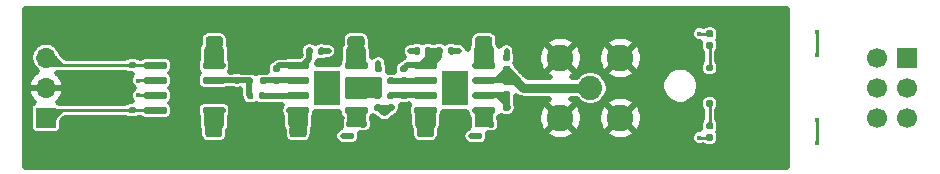
<source format=gbr>
%TF.GenerationSoftware,KiCad,Pcbnew,(5.1.8)-1*%
%TF.CreationDate,2021-10-07T20:49:06+08:00*%
%TF.ProjectId,Amplifier,416d706c-6966-4696-9572-2e6b69636164,rev?*%
%TF.SameCoordinates,Original*%
%TF.FileFunction,Copper,L1,Top*%
%TF.FilePolarity,Positive*%
%FSLAX46Y46*%
G04 Gerber Fmt 4.6, Leading zero omitted, Abs format (unit mm)*
G04 Created by KiCad (PCBNEW (5.1.8)-1) date 2021-10-07 20:49:06*
%MOMM*%
%LPD*%
G01*
G04 APERTURE LIST*
%TA.AperFunction,ComponentPad*%
%ADD10C,1.700000*%
%TD*%
%TA.AperFunction,ComponentPad*%
%ADD11R,1.700000X1.700000*%
%TD*%
%TA.AperFunction,SMDPad,CuDef*%
%ADD12R,2.290000X3.000000*%
%TD*%
%TA.AperFunction,ComponentPad*%
%ADD13C,2.250000*%
%TD*%
%TA.AperFunction,ComponentPad*%
%ADD14C,2.050000*%
%TD*%
%TA.AperFunction,ComponentPad*%
%ADD15O,1.700000X1.700000*%
%TD*%
%TA.AperFunction,ViaPad*%
%ADD16C,0.450000*%
%TD*%
%TA.AperFunction,Conductor*%
%ADD17C,0.250000*%
%TD*%
%TA.AperFunction,Conductor*%
%ADD18C,0.500000*%
%TD*%
%TA.AperFunction,Conductor*%
%ADD19C,0.800000*%
%TD*%
%TA.AperFunction,Conductor*%
%ADD20C,0.100000*%
%TD*%
G04 APERTURE END LIST*
D10*
%TO.P,J1,4*%
%TO.N,GND*%
X144290000Y-99520000D03*
%TO.P,J1,5*%
%TO.N,N/C*%
X146830000Y-102060000D03*
D11*
%TO.P,J1,1*%
X146830000Y-96980000D03*
D10*
%TO.P,J1,6*%
%TO.N,-18V*%
X144290000Y-102060000D03*
%TO.P,J1,3*%
%TO.N,N/C*%
X146830000Y-99520000D03*
%TO.P,J1,2*%
%TO.N,+18V*%
X144290000Y-96980000D03*
%TD*%
%TO.P,R22,2*%
%TO.N,Net-(D2-Pad2)*%
%TA.AperFunction,SMDPad,CuDef*%
G36*
G01*
X129905000Y-100540000D02*
X130275000Y-100540000D01*
G75*
G02*
X130410000Y-100675000I0J-135000D01*
G01*
X130410000Y-100945000D01*
G75*
G02*
X130275000Y-101080000I-135000J0D01*
G01*
X129905000Y-101080000D01*
G75*
G02*
X129770000Y-100945000I0J135000D01*
G01*
X129770000Y-100675000D01*
G75*
G02*
X129905000Y-100540000I135000J0D01*
G01*
G37*
%TD.AperFunction*%
%TO.P,R22,1*%
%TO.N,GND*%
%TA.AperFunction,SMDPad,CuDef*%
G36*
G01*
X129905000Y-99520000D02*
X130275000Y-99520000D01*
G75*
G02*
X130410000Y-99655000I0J-135000D01*
G01*
X130410000Y-99925000D01*
G75*
G02*
X130275000Y-100060000I-135000J0D01*
G01*
X129905000Y-100060000D01*
G75*
G02*
X129770000Y-99925000I0J135000D01*
G01*
X129770000Y-99655000D01*
G75*
G02*
X129905000Y-99520000I135000J0D01*
G01*
G37*
%TD.AperFunction*%
%TD*%
%TO.P,R21,2*%
%TO.N,GND*%
%TA.AperFunction,SMDPad,CuDef*%
G36*
G01*
X129905000Y-98545000D02*
X130275000Y-98545000D01*
G75*
G02*
X130410000Y-98680000I0J-135000D01*
G01*
X130410000Y-98950000D01*
G75*
G02*
X130275000Y-99085000I-135000J0D01*
G01*
X129905000Y-99085000D01*
G75*
G02*
X129770000Y-98950000I0J135000D01*
G01*
X129770000Y-98680000D01*
G75*
G02*
X129905000Y-98545000I135000J0D01*
G01*
G37*
%TD.AperFunction*%
%TO.P,R21,1*%
%TO.N,Net-(D1-Pad1)*%
%TA.AperFunction,SMDPad,CuDef*%
G36*
G01*
X129905000Y-97525000D02*
X130275000Y-97525000D01*
G75*
G02*
X130410000Y-97660000I0J-135000D01*
G01*
X130410000Y-97930000D01*
G75*
G02*
X130275000Y-98065000I-135000J0D01*
G01*
X129905000Y-98065000D01*
G75*
G02*
X129770000Y-97930000I0J135000D01*
G01*
X129770000Y-97660000D01*
G75*
G02*
X129905000Y-97525000I135000J0D01*
G01*
G37*
%TD.AperFunction*%
%TD*%
%TO.P,D2,2*%
%TO.N,Net-(D2-Pad2)*%
%TA.AperFunction,SMDPad,CuDef*%
G36*
G01*
X130262500Y-103010000D02*
X129917500Y-103010000D01*
G75*
G02*
X129770000Y-102862500I0J147500D01*
G01*
X129770000Y-102567500D01*
G75*
G02*
X129917500Y-102420000I147500J0D01*
G01*
X130262500Y-102420000D01*
G75*
G02*
X130410000Y-102567500I0J-147500D01*
G01*
X130410000Y-102862500D01*
G75*
G02*
X130262500Y-103010000I-147500J0D01*
G01*
G37*
%TD.AperFunction*%
%TO.P,D2,1*%
%TO.N,AVEE*%
%TA.AperFunction,SMDPad,CuDef*%
G36*
G01*
X130262500Y-103980000D02*
X129917500Y-103980000D01*
G75*
G02*
X129770000Y-103832500I0J147500D01*
G01*
X129770000Y-103537500D01*
G75*
G02*
X129917500Y-103390000I147500J0D01*
G01*
X130262500Y-103390000D01*
G75*
G02*
X130410000Y-103537500I0J-147500D01*
G01*
X130410000Y-103832500D01*
G75*
G02*
X130262500Y-103980000I-147500J0D01*
G01*
G37*
%TD.AperFunction*%
%TD*%
%TO.P,D1,2*%
%TO.N,AVCC*%
%TA.AperFunction,SMDPad,CuDef*%
G36*
G01*
X130262500Y-95210000D02*
X129917500Y-95210000D01*
G75*
G02*
X129770000Y-95062500I0J147500D01*
G01*
X129770000Y-94767500D01*
G75*
G02*
X129917500Y-94620000I147500J0D01*
G01*
X130262500Y-94620000D01*
G75*
G02*
X130410000Y-94767500I0J-147500D01*
G01*
X130410000Y-95062500D01*
G75*
G02*
X130262500Y-95210000I-147500J0D01*
G01*
G37*
%TD.AperFunction*%
%TO.P,D1,1*%
%TO.N,Net-(D1-Pad1)*%
%TA.AperFunction,SMDPad,CuDef*%
G36*
G01*
X130262500Y-96180000D02*
X129917500Y-96180000D01*
G75*
G02*
X129770000Y-96032500I0J147500D01*
G01*
X129770000Y-95737500D01*
G75*
G02*
X129917500Y-95590000I147500J0D01*
G01*
X130262500Y-95590000D01*
G75*
G02*
X130410000Y-95737500I0J-147500D01*
G01*
X130410000Y-96032500D01*
G75*
G02*
X130262500Y-96180000I-147500J0D01*
G01*
G37*
%TD.AperFunction*%
%TD*%
%TO.P,R20,2*%
%TO.N,GND*%
%TA.AperFunction,SMDPad,CuDef*%
G36*
G01*
X112735000Y-101910000D02*
X113105000Y-101910000D01*
G75*
G02*
X113240000Y-102045000I0J-135000D01*
G01*
X113240000Y-102315000D01*
G75*
G02*
X113105000Y-102450000I-135000J0D01*
G01*
X112735000Y-102450000D01*
G75*
G02*
X112600000Y-102315000I0J135000D01*
G01*
X112600000Y-102045000D01*
G75*
G02*
X112735000Y-101910000I135000J0D01*
G01*
G37*
%TD.AperFunction*%
%TO.P,R20,1*%
%TO.N,Net-(R19-Pad2)*%
%TA.AperFunction,SMDPad,CuDef*%
G36*
G01*
X112735000Y-100890000D02*
X113105000Y-100890000D01*
G75*
G02*
X113240000Y-101025000I0J-135000D01*
G01*
X113240000Y-101295000D01*
G75*
G02*
X113105000Y-101430000I-135000J0D01*
G01*
X112735000Y-101430000D01*
G75*
G02*
X112600000Y-101295000I0J135000D01*
G01*
X112600000Y-101025000D01*
G75*
G02*
X112735000Y-100890000I135000J0D01*
G01*
G37*
%TD.AperFunction*%
%TD*%
%TO.P,R19,2*%
%TO.N,Net-(R19-Pad2)*%
%TA.AperFunction,SMDPad,CuDef*%
G36*
G01*
X112715000Y-99740000D02*
X113085000Y-99740000D01*
G75*
G02*
X113220000Y-99875000I0J-135000D01*
G01*
X113220000Y-100145000D01*
G75*
G02*
X113085000Y-100280000I-135000J0D01*
G01*
X112715000Y-100280000D01*
G75*
G02*
X112580000Y-100145000I0J135000D01*
G01*
X112580000Y-99875000D01*
G75*
G02*
X112715000Y-99740000I135000J0D01*
G01*
G37*
%TD.AperFunction*%
%TO.P,R19,1*%
%TO.N,OutSignal*%
%TA.AperFunction,SMDPad,CuDef*%
G36*
G01*
X112715000Y-98720000D02*
X113085000Y-98720000D01*
G75*
G02*
X113220000Y-98855000I0J-135000D01*
G01*
X113220000Y-99125000D01*
G75*
G02*
X113085000Y-99260000I-135000J0D01*
G01*
X112715000Y-99260000D01*
G75*
G02*
X112580000Y-99125000I0J135000D01*
G01*
X112580000Y-98855000D01*
G75*
G02*
X112715000Y-98720000I135000J0D01*
G01*
G37*
%TD.AperFunction*%
%TD*%
%TO.P,R18,2*%
%TO.N,Net-(C20-Pad1)*%
%TA.AperFunction,SMDPad,CuDef*%
G36*
G01*
X110685000Y-102830000D02*
X110315000Y-102830000D01*
G75*
G02*
X110180000Y-102695000I0J135000D01*
G01*
X110180000Y-102425000D01*
G75*
G02*
X110315000Y-102290000I135000J0D01*
G01*
X110685000Y-102290000D01*
G75*
G02*
X110820000Y-102425000I0J-135000D01*
G01*
X110820000Y-102695000D01*
G75*
G02*
X110685000Y-102830000I-135000J0D01*
G01*
G37*
%TD.AperFunction*%
%TO.P,R18,1*%
%TO.N,Net-(C19-Pad1)*%
%TA.AperFunction,SMDPad,CuDef*%
G36*
G01*
X110685000Y-103850000D02*
X110315000Y-103850000D01*
G75*
G02*
X110180000Y-103715000I0J135000D01*
G01*
X110180000Y-103445000D01*
G75*
G02*
X110315000Y-103310000I135000J0D01*
G01*
X110685000Y-103310000D01*
G75*
G02*
X110820000Y-103445000I0J-135000D01*
G01*
X110820000Y-103715000D01*
G75*
G02*
X110685000Y-103850000I-135000J0D01*
G01*
G37*
%TD.AperFunction*%
%TD*%
%TO.P,R17,2*%
%TO.N,Net-(C19-Pad1)*%
%TA.AperFunction,SMDPad,CuDef*%
G36*
G01*
X107950000Y-96545000D02*
X107950000Y-96175000D01*
G75*
G02*
X108085000Y-96040000I135000J0D01*
G01*
X108355000Y-96040000D01*
G75*
G02*
X108490000Y-96175000I0J-135000D01*
G01*
X108490000Y-96545000D01*
G75*
G02*
X108355000Y-96680000I-135000J0D01*
G01*
X108085000Y-96680000D01*
G75*
G02*
X107950000Y-96545000I0J135000D01*
G01*
G37*
%TD.AperFunction*%
%TO.P,R17,1*%
%TO.N,Net-(C15-Pad2)*%
%TA.AperFunction,SMDPad,CuDef*%
G36*
G01*
X106930000Y-96545000D02*
X106930000Y-96175000D01*
G75*
G02*
X107065000Y-96040000I135000J0D01*
G01*
X107335000Y-96040000D01*
G75*
G02*
X107470000Y-96175000I0J-135000D01*
G01*
X107470000Y-96545000D01*
G75*
G02*
X107335000Y-96680000I-135000J0D01*
G01*
X107065000Y-96680000D01*
G75*
G02*
X106930000Y-96545000I0J135000D01*
G01*
G37*
%TD.AperFunction*%
%TD*%
%TO.P,R16,2*%
%TO.N,GND*%
%TA.AperFunction,SMDPad,CuDef*%
G36*
G01*
X103285000Y-98130000D02*
X102915000Y-98130000D01*
G75*
G02*
X102780000Y-97995000I0J135000D01*
G01*
X102780000Y-97725000D01*
G75*
G02*
X102915000Y-97590000I135000J0D01*
G01*
X103285000Y-97590000D01*
G75*
G02*
X103420000Y-97725000I0J-135000D01*
G01*
X103420000Y-97995000D01*
G75*
G02*
X103285000Y-98130000I-135000J0D01*
G01*
G37*
%TD.AperFunction*%
%TO.P,R16,1*%
%TO.N,Net-(R15-Pad2)*%
%TA.AperFunction,SMDPad,CuDef*%
G36*
G01*
X103285000Y-99150000D02*
X102915000Y-99150000D01*
G75*
G02*
X102780000Y-99015000I0J135000D01*
G01*
X102780000Y-98745000D01*
G75*
G02*
X102915000Y-98610000I135000J0D01*
G01*
X103285000Y-98610000D01*
G75*
G02*
X103420000Y-98745000I0J-135000D01*
G01*
X103420000Y-99015000D01*
G75*
G02*
X103285000Y-99150000I-135000J0D01*
G01*
G37*
%TD.AperFunction*%
%TD*%
%TO.P,R15,2*%
%TO.N,Net-(R15-Pad2)*%
%TA.AperFunction,SMDPad,CuDef*%
G36*
G01*
X104015000Y-98610000D02*
X104385000Y-98610000D01*
G75*
G02*
X104520000Y-98745000I0J-135000D01*
G01*
X104520000Y-99015000D01*
G75*
G02*
X104385000Y-99150000I-135000J0D01*
G01*
X104015000Y-99150000D01*
G75*
G02*
X103880000Y-99015000I0J135000D01*
G01*
X103880000Y-98745000D01*
G75*
G02*
X104015000Y-98610000I135000J0D01*
G01*
G37*
%TD.AperFunction*%
%TO.P,R15,1*%
%TO.N,Net-(C15-Pad2)*%
%TA.AperFunction,SMDPad,CuDef*%
G36*
G01*
X104015000Y-97590000D02*
X104385000Y-97590000D01*
G75*
G02*
X104520000Y-97725000I0J-135000D01*
G01*
X104520000Y-97995000D01*
G75*
G02*
X104385000Y-98130000I-135000J0D01*
G01*
X104015000Y-98130000D01*
G75*
G02*
X103880000Y-97995000I0J135000D01*
G01*
X103880000Y-97725000D01*
G75*
G02*
X104015000Y-97590000I135000J0D01*
G01*
G37*
%TD.AperFunction*%
%TD*%
%TO.P,R14,2*%
%TO.N,Net-(C16-Pad1)*%
%TA.AperFunction,SMDPad,CuDef*%
G36*
G01*
X103285000Y-100410000D02*
X102915000Y-100410000D01*
G75*
G02*
X102780000Y-100275000I0J135000D01*
G01*
X102780000Y-100005000D01*
G75*
G02*
X102915000Y-99870000I135000J0D01*
G01*
X103285000Y-99870000D01*
G75*
G02*
X103420000Y-100005000I0J-135000D01*
G01*
X103420000Y-100275000D01*
G75*
G02*
X103285000Y-100410000I-135000J0D01*
G01*
G37*
%TD.AperFunction*%
%TO.P,R14,1*%
%TO.N,Net-(C15-Pad1)*%
%TA.AperFunction,SMDPad,CuDef*%
G36*
G01*
X103285000Y-101430000D02*
X102915000Y-101430000D01*
G75*
G02*
X102780000Y-101295000I0J135000D01*
G01*
X102780000Y-101025000D01*
G75*
G02*
X102915000Y-100890000I135000J0D01*
G01*
X103285000Y-100890000D01*
G75*
G02*
X103420000Y-101025000I0J-135000D01*
G01*
X103420000Y-101295000D01*
G75*
G02*
X103285000Y-101430000I-135000J0D01*
G01*
G37*
%TD.AperFunction*%
%TD*%
%TO.P,R13,2*%
%TO.N,Net-(C15-Pad1)*%
%TA.AperFunction,SMDPad,CuDef*%
G36*
G01*
X101815000Y-100890000D02*
X102185000Y-100890000D01*
G75*
G02*
X102320000Y-101025000I0J-135000D01*
G01*
X102320000Y-101295000D01*
G75*
G02*
X102185000Y-101430000I-135000J0D01*
G01*
X101815000Y-101430000D01*
G75*
G02*
X101680000Y-101295000I0J135000D01*
G01*
X101680000Y-101025000D01*
G75*
G02*
X101815000Y-100890000I135000J0D01*
G01*
G37*
%TD.AperFunction*%
%TO.P,R13,1*%
%TO.N,Net-(C14-Pad2)*%
%TA.AperFunction,SMDPad,CuDef*%
G36*
G01*
X101815000Y-99870000D02*
X102185000Y-99870000D01*
G75*
G02*
X102320000Y-100005000I0J-135000D01*
G01*
X102320000Y-100275000D01*
G75*
G02*
X102185000Y-100410000I-135000J0D01*
G01*
X101815000Y-100410000D01*
G75*
G02*
X101680000Y-100275000I0J135000D01*
G01*
X101680000Y-100005000D01*
G75*
G02*
X101815000Y-99870000I135000J0D01*
G01*
G37*
%TD.AperFunction*%
%TD*%
%TO.P,R12,2*%
%TO.N,Net-(C12-Pad1)*%
%TA.AperFunction,SMDPad,CuDef*%
G36*
G01*
X99845000Y-102810000D02*
X99475000Y-102810000D01*
G75*
G02*
X99340000Y-102675000I0J135000D01*
G01*
X99340000Y-102405000D01*
G75*
G02*
X99475000Y-102270000I135000J0D01*
G01*
X99845000Y-102270000D01*
G75*
G02*
X99980000Y-102405000I0J-135000D01*
G01*
X99980000Y-102675000D01*
G75*
G02*
X99845000Y-102810000I-135000J0D01*
G01*
G37*
%TD.AperFunction*%
%TO.P,R12,1*%
%TO.N,Net-(C14-Pad1)*%
%TA.AperFunction,SMDPad,CuDef*%
G36*
G01*
X99845000Y-103830000D02*
X99475000Y-103830000D01*
G75*
G02*
X99340000Y-103695000I0J135000D01*
G01*
X99340000Y-103425000D01*
G75*
G02*
X99475000Y-103290000I135000J0D01*
G01*
X99845000Y-103290000D01*
G75*
G02*
X99980000Y-103425000I0J-135000D01*
G01*
X99980000Y-103695000D01*
G75*
G02*
X99845000Y-103830000I-135000J0D01*
G01*
G37*
%TD.AperFunction*%
%TD*%
%TO.P,R11,2*%
%TO.N,Net-(C14-Pad1)*%
%TA.AperFunction,SMDPad,CuDef*%
G36*
G01*
X96950000Y-96565000D02*
X96950000Y-96195000D01*
G75*
G02*
X97085000Y-96060000I135000J0D01*
G01*
X97355000Y-96060000D01*
G75*
G02*
X97490000Y-96195000I0J-135000D01*
G01*
X97490000Y-96565000D01*
G75*
G02*
X97355000Y-96700000I-135000J0D01*
G01*
X97085000Y-96700000D01*
G75*
G02*
X96950000Y-96565000I0J135000D01*
G01*
G37*
%TD.AperFunction*%
%TO.P,R11,1*%
%TO.N,Net-(R11-Pad1)*%
%TA.AperFunction,SMDPad,CuDef*%
G36*
G01*
X95930000Y-96565000D02*
X95930000Y-96195000D01*
G75*
G02*
X96065000Y-96060000I135000J0D01*
G01*
X96335000Y-96060000D01*
G75*
G02*
X96470000Y-96195000I0J-135000D01*
G01*
X96470000Y-96565000D01*
G75*
G02*
X96335000Y-96700000I-135000J0D01*
G01*
X96065000Y-96700000D01*
G75*
G02*
X95930000Y-96565000I0J135000D01*
G01*
G37*
%TD.AperFunction*%
%TD*%
%TO.P,R10,2*%
%TO.N,GND*%
%TA.AperFunction,SMDPad,CuDef*%
G36*
G01*
X92485000Y-98130000D02*
X92115000Y-98130000D01*
G75*
G02*
X91980000Y-97995000I0J135000D01*
G01*
X91980000Y-97725000D01*
G75*
G02*
X92115000Y-97590000I135000J0D01*
G01*
X92485000Y-97590000D01*
G75*
G02*
X92620000Y-97725000I0J-135000D01*
G01*
X92620000Y-97995000D01*
G75*
G02*
X92485000Y-98130000I-135000J0D01*
G01*
G37*
%TD.AperFunction*%
%TO.P,R10,1*%
%TO.N,Net-(R10-Pad1)*%
%TA.AperFunction,SMDPad,CuDef*%
G36*
G01*
X92485000Y-99150000D02*
X92115000Y-99150000D01*
G75*
G02*
X91980000Y-99015000I0J135000D01*
G01*
X91980000Y-98745000D01*
G75*
G02*
X92115000Y-98610000I135000J0D01*
G01*
X92485000Y-98610000D01*
G75*
G02*
X92620000Y-98745000I0J-135000D01*
G01*
X92620000Y-99015000D01*
G75*
G02*
X92485000Y-99150000I-135000J0D01*
G01*
G37*
%TD.AperFunction*%
%TD*%
%TO.P,R9,2*%
%TO.N,Net-(R10-Pad1)*%
%TA.AperFunction,SMDPad,CuDef*%
G36*
G01*
X93215000Y-98610000D02*
X93585000Y-98610000D01*
G75*
G02*
X93720000Y-98745000I0J-135000D01*
G01*
X93720000Y-99015000D01*
G75*
G02*
X93585000Y-99150000I-135000J0D01*
G01*
X93215000Y-99150000D01*
G75*
G02*
X93080000Y-99015000I0J135000D01*
G01*
X93080000Y-98745000D01*
G75*
G02*
X93215000Y-98610000I135000J0D01*
G01*
G37*
%TD.AperFunction*%
%TO.P,R9,1*%
%TO.N,Net-(R11-Pad1)*%
%TA.AperFunction,SMDPad,CuDef*%
G36*
G01*
X93215000Y-97590000D02*
X93585000Y-97590000D01*
G75*
G02*
X93720000Y-97725000I0J-135000D01*
G01*
X93720000Y-97995000D01*
G75*
G02*
X93585000Y-98130000I-135000J0D01*
G01*
X93215000Y-98130000D01*
G75*
G02*
X93080000Y-97995000I0J135000D01*
G01*
X93080000Y-97725000D01*
G75*
G02*
X93215000Y-97590000I135000J0D01*
G01*
G37*
%TD.AperFunction*%
%TD*%
%TO.P,R8,2*%
%TO.N,SubSignal*%
%TA.AperFunction,SMDPad,CuDef*%
G36*
G01*
X91460000Y-99965000D02*
X91460000Y-100335000D01*
G75*
G02*
X91325000Y-100470000I-135000J0D01*
G01*
X91055000Y-100470000D01*
G75*
G02*
X90920000Y-100335000I0J135000D01*
G01*
X90920000Y-99965000D01*
G75*
G02*
X91055000Y-99830000I135000J0D01*
G01*
X91325000Y-99830000D01*
G75*
G02*
X91460000Y-99965000I0J-135000D01*
G01*
G37*
%TD.AperFunction*%
%TO.P,R8,1*%
%TO.N,Net-(C11-Pad1)*%
%TA.AperFunction,SMDPad,CuDef*%
G36*
G01*
X92480000Y-99965000D02*
X92480000Y-100335000D01*
G75*
G02*
X92345000Y-100470000I-135000J0D01*
G01*
X92075000Y-100470000D01*
G75*
G02*
X91940000Y-100335000I0J135000D01*
G01*
X91940000Y-99965000D01*
G75*
G02*
X92075000Y-99830000I135000J0D01*
G01*
X92345000Y-99830000D01*
G75*
G02*
X92480000Y-99965000I0J-135000D01*
G01*
G37*
%TD.AperFunction*%
%TD*%
%TO.P,R7,2*%
%TO.N,GND*%
%TA.AperFunction,SMDPad,CuDef*%
G36*
G01*
X91285000Y-98130000D02*
X90915000Y-98130000D01*
G75*
G02*
X90780000Y-97995000I0J135000D01*
G01*
X90780000Y-97725000D01*
G75*
G02*
X90915000Y-97590000I135000J0D01*
G01*
X91285000Y-97590000D01*
G75*
G02*
X91420000Y-97725000I0J-135000D01*
G01*
X91420000Y-97995000D01*
G75*
G02*
X91285000Y-98130000I-135000J0D01*
G01*
G37*
%TD.AperFunction*%
%TO.P,R7,1*%
%TO.N,SubSignal*%
%TA.AperFunction,SMDPad,CuDef*%
G36*
G01*
X91285000Y-99150000D02*
X90915000Y-99150000D01*
G75*
G02*
X90780000Y-99015000I0J135000D01*
G01*
X90780000Y-98745000D01*
G75*
G02*
X90915000Y-98610000I135000J0D01*
G01*
X91285000Y-98610000D01*
G75*
G02*
X91420000Y-98745000I0J-135000D01*
G01*
X91420000Y-99015000D01*
G75*
G02*
X91285000Y-99150000I-135000J0D01*
G01*
G37*
%TD.AperFunction*%
%TD*%
%TO.P,R6,2*%
%TO.N,Signal-*%
%TA.AperFunction,SMDPad,CuDef*%
G36*
G01*
X81015000Y-97300000D02*
X81385000Y-97300000D01*
G75*
G02*
X81520000Y-97435000I0J-135000D01*
G01*
X81520000Y-97705000D01*
G75*
G02*
X81385000Y-97840000I-135000J0D01*
G01*
X81015000Y-97840000D01*
G75*
G02*
X80880000Y-97705000I0J135000D01*
G01*
X80880000Y-97435000D01*
G75*
G02*
X81015000Y-97300000I135000J0D01*
G01*
G37*
%TD.AperFunction*%
%TO.P,R6,1*%
%TO.N,GND*%
%TA.AperFunction,SMDPad,CuDef*%
G36*
G01*
X81015000Y-96280000D02*
X81385000Y-96280000D01*
G75*
G02*
X81520000Y-96415000I0J-135000D01*
G01*
X81520000Y-96685000D01*
G75*
G02*
X81385000Y-96820000I-135000J0D01*
G01*
X81015000Y-96820000D01*
G75*
G02*
X80880000Y-96685000I0J135000D01*
G01*
X80880000Y-96415000D01*
G75*
G02*
X81015000Y-96280000I135000J0D01*
G01*
G37*
%TD.AperFunction*%
%TD*%
%TO.P,R5,2*%
%TO.N,GND*%
%TA.AperFunction,SMDPad,CuDef*%
G36*
G01*
X81015000Y-102140000D02*
X81385000Y-102140000D01*
G75*
G02*
X81520000Y-102275000I0J-135000D01*
G01*
X81520000Y-102545000D01*
G75*
G02*
X81385000Y-102680000I-135000J0D01*
G01*
X81015000Y-102680000D01*
G75*
G02*
X80880000Y-102545000I0J135000D01*
G01*
X80880000Y-102275000D01*
G75*
G02*
X81015000Y-102140000I135000J0D01*
G01*
G37*
%TD.AperFunction*%
%TO.P,R5,1*%
%TO.N,Signal+*%
%TA.AperFunction,SMDPad,CuDef*%
G36*
G01*
X81015000Y-101120000D02*
X81385000Y-101120000D01*
G75*
G02*
X81520000Y-101255000I0J-135000D01*
G01*
X81520000Y-101525000D01*
G75*
G02*
X81385000Y-101660000I-135000J0D01*
G01*
X81015000Y-101660000D01*
G75*
G02*
X80880000Y-101525000I0J135000D01*
G01*
X80880000Y-101255000D01*
G75*
G02*
X81015000Y-101120000I135000J0D01*
G01*
G37*
%TD.AperFunction*%
%TD*%
%TO.P,C20,2*%
%TO.N,GND*%
%TA.AperFunction,SMDPad,CuDef*%
G36*
G01*
X111380000Y-103250000D02*
X111720000Y-103250000D01*
G75*
G02*
X111860000Y-103390000I0J-140000D01*
G01*
X111860000Y-103670000D01*
G75*
G02*
X111720000Y-103810000I-140000J0D01*
G01*
X111380000Y-103810000D01*
G75*
G02*
X111240000Y-103670000I0J140000D01*
G01*
X111240000Y-103390000D01*
G75*
G02*
X111380000Y-103250000I140000J0D01*
G01*
G37*
%TD.AperFunction*%
%TO.P,C20,1*%
%TO.N,Net-(C20-Pad1)*%
%TA.AperFunction,SMDPad,CuDef*%
G36*
G01*
X111380000Y-102290000D02*
X111720000Y-102290000D01*
G75*
G02*
X111860000Y-102430000I0J-140000D01*
G01*
X111860000Y-102710000D01*
G75*
G02*
X111720000Y-102850000I-140000J0D01*
G01*
X111380000Y-102850000D01*
G75*
G02*
X111240000Y-102710000I0J140000D01*
G01*
X111240000Y-102430000D01*
G75*
G02*
X111380000Y-102290000I140000J0D01*
G01*
G37*
%TD.AperFunction*%
%TD*%
%TO.P,C19,2*%
%TO.N,OutSignal*%
%TA.AperFunction,SMDPad,CuDef*%
G36*
G01*
X112730000Y-97600000D02*
X113070000Y-97600000D01*
G75*
G02*
X113210000Y-97740000I0J-140000D01*
G01*
X113210000Y-98020000D01*
G75*
G02*
X113070000Y-98160000I-140000J0D01*
G01*
X112730000Y-98160000D01*
G75*
G02*
X112590000Y-98020000I0J140000D01*
G01*
X112590000Y-97740000D01*
G75*
G02*
X112730000Y-97600000I140000J0D01*
G01*
G37*
%TD.AperFunction*%
%TO.P,C19,1*%
%TO.N,Net-(C19-Pad1)*%
%TA.AperFunction,SMDPad,CuDef*%
G36*
G01*
X112730000Y-96640000D02*
X113070000Y-96640000D01*
G75*
G02*
X113210000Y-96780000I0J-140000D01*
G01*
X113210000Y-97060000D01*
G75*
G02*
X113070000Y-97200000I-140000J0D01*
G01*
X112730000Y-97200000D01*
G75*
G02*
X112590000Y-97060000I0J140000D01*
G01*
X112590000Y-96780000D01*
G75*
G02*
X112730000Y-96640000I140000J0D01*
G01*
G37*
%TD.AperFunction*%
%TD*%
%TO.P,C16,2*%
%TO.N,GND*%
%TA.AperFunction,SMDPad,CuDef*%
G36*
G01*
X104030000Y-100850000D02*
X104370000Y-100850000D01*
G75*
G02*
X104510000Y-100990000I0J-140000D01*
G01*
X104510000Y-101270000D01*
G75*
G02*
X104370000Y-101410000I-140000J0D01*
G01*
X104030000Y-101410000D01*
G75*
G02*
X103890000Y-101270000I0J140000D01*
G01*
X103890000Y-100990000D01*
G75*
G02*
X104030000Y-100850000I140000J0D01*
G01*
G37*
%TD.AperFunction*%
%TO.P,C16,1*%
%TO.N,Net-(C16-Pad1)*%
%TA.AperFunction,SMDPad,CuDef*%
G36*
G01*
X104030000Y-99890000D02*
X104370000Y-99890000D01*
G75*
G02*
X104510000Y-100030000I0J-140000D01*
G01*
X104510000Y-100310000D01*
G75*
G02*
X104370000Y-100450000I-140000J0D01*
G01*
X104030000Y-100450000D01*
G75*
G02*
X103890000Y-100310000I0J140000D01*
G01*
X103890000Y-100030000D01*
G75*
G02*
X104030000Y-99890000I140000J0D01*
G01*
G37*
%TD.AperFunction*%
%TD*%
%TO.P,C15,2*%
%TO.N,Net-(C15-Pad2)*%
%TA.AperFunction,SMDPad,CuDef*%
G36*
G01*
X105990000Y-96530000D02*
X105990000Y-96190000D01*
G75*
G02*
X106130000Y-96050000I140000J0D01*
G01*
X106410000Y-96050000D01*
G75*
G02*
X106550000Y-96190000I0J-140000D01*
G01*
X106550000Y-96530000D01*
G75*
G02*
X106410000Y-96670000I-140000J0D01*
G01*
X106130000Y-96670000D01*
G75*
G02*
X105990000Y-96530000I0J140000D01*
G01*
G37*
%TD.AperFunction*%
%TO.P,C15,1*%
%TO.N,Net-(C15-Pad1)*%
%TA.AperFunction,SMDPad,CuDef*%
G36*
G01*
X105030000Y-96530000D02*
X105030000Y-96190000D01*
G75*
G02*
X105170000Y-96050000I140000J0D01*
G01*
X105450000Y-96050000D01*
G75*
G02*
X105590000Y-96190000I0J-140000D01*
G01*
X105590000Y-96530000D01*
G75*
G02*
X105450000Y-96670000I-140000J0D01*
G01*
X105170000Y-96670000D01*
G75*
G02*
X105030000Y-96530000I0J140000D01*
G01*
G37*
%TD.AperFunction*%
%TD*%
%TO.P,C14,2*%
%TO.N,Net-(C14-Pad2)*%
%TA.AperFunction,SMDPad,CuDef*%
G36*
G01*
X101880000Y-98570000D02*
X102220000Y-98570000D01*
G75*
G02*
X102360000Y-98710000I0J-140000D01*
G01*
X102360000Y-98990000D01*
G75*
G02*
X102220000Y-99130000I-140000J0D01*
G01*
X101880000Y-99130000D01*
G75*
G02*
X101740000Y-98990000I0J140000D01*
G01*
X101740000Y-98710000D01*
G75*
G02*
X101880000Y-98570000I140000J0D01*
G01*
G37*
%TD.AperFunction*%
%TO.P,C14,1*%
%TO.N,Net-(C14-Pad1)*%
%TA.AperFunction,SMDPad,CuDef*%
G36*
G01*
X101880000Y-97610000D02*
X102220000Y-97610000D01*
G75*
G02*
X102360000Y-97750000I0J-140000D01*
G01*
X102360000Y-98030000D01*
G75*
G02*
X102220000Y-98170000I-140000J0D01*
G01*
X101880000Y-98170000D01*
G75*
G02*
X101740000Y-98030000I0J140000D01*
G01*
X101740000Y-97750000D01*
G75*
G02*
X101880000Y-97610000I140000J0D01*
G01*
G37*
%TD.AperFunction*%
%TD*%
%TO.P,C13,2*%
%TO.N,GND*%
%TA.AperFunction,SMDPad,CuDef*%
G36*
G01*
X90210000Y-98170000D02*
X89870000Y-98170000D01*
G75*
G02*
X89730000Y-98030000I0J140000D01*
G01*
X89730000Y-97750000D01*
G75*
G02*
X89870000Y-97610000I140000J0D01*
G01*
X90210000Y-97610000D01*
G75*
G02*
X90350000Y-97750000I0J-140000D01*
G01*
X90350000Y-98030000D01*
G75*
G02*
X90210000Y-98170000I-140000J0D01*
G01*
G37*
%TD.AperFunction*%
%TO.P,C13,1*%
%TO.N,SubSignal*%
%TA.AperFunction,SMDPad,CuDef*%
G36*
G01*
X90210000Y-99130000D02*
X89870000Y-99130000D01*
G75*
G02*
X89730000Y-98990000I0J140000D01*
G01*
X89730000Y-98710000D01*
G75*
G02*
X89870000Y-98570000I140000J0D01*
G01*
X90210000Y-98570000D01*
G75*
G02*
X90350000Y-98710000I0J-140000D01*
G01*
X90350000Y-98990000D01*
G75*
G02*
X90210000Y-99130000I-140000J0D01*
G01*
G37*
%TD.AperFunction*%
%TD*%
%TO.P,C12,2*%
%TO.N,GND*%
%TA.AperFunction,SMDPad,CuDef*%
G36*
G01*
X100580000Y-103250000D02*
X100920000Y-103250000D01*
G75*
G02*
X101060000Y-103390000I0J-140000D01*
G01*
X101060000Y-103670000D01*
G75*
G02*
X100920000Y-103810000I-140000J0D01*
G01*
X100580000Y-103810000D01*
G75*
G02*
X100440000Y-103670000I0J140000D01*
G01*
X100440000Y-103390000D01*
G75*
G02*
X100580000Y-103250000I140000J0D01*
G01*
G37*
%TD.AperFunction*%
%TO.P,C12,1*%
%TO.N,Net-(C12-Pad1)*%
%TA.AperFunction,SMDPad,CuDef*%
G36*
G01*
X100580000Y-102290000D02*
X100920000Y-102290000D01*
G75*
G02*
X101060000Y-102430000I0J-140000D01*
G01*
X101060000Y-102710000D01*
G75*
G02*
X100920000Y-102850000I-140000J0D01*
G01*
X100580000Y-102850000D01*
G75*
G02*
X100440000Y-102710000I0J140000D01*
G01*
X100440000Y-102430000D01*
G75*
G02*
X100580000Y-102290000I140000J0D01*
G01*
G37*
%TD.AperFunction*%
%TD*%
%TO.P,C11,2*%
%TO.N,GND*%
%TA.AperFunction,SMDPad,CuDef*%
G36*
G01*
X93230000Y-100850000D02*
X93570000Y-100850000D01*
G75*
G02*
X93710000Y-100990000I0J-140000D01*
G01*
X93710000Y-101270000D01*
G75*
G02*
X93570000Y-101410000I-140000J0D01*
G01*
X93230000Y-101410000D01*
G75*
G02*
X93090000Y-101270000I0J140000D01*
G01*
X93090000Y-100990000D01*
G75*
G02*
X93230000Y-100850000I140000J0D01*
G01*
G37*
%TD.AperFunction*%
%TO.P,C11,1*%
%TO.N,Net-(C11-Pad1)*%
%TA.AperFunction,SMDPad,CuDef*%
G36*
G01*
X93230000Y-99890000D02*
X93570000Y-99890000D01*
G75*
G02*
X93710000Y-100030000I0J-140000D01*
G01*
X93710000Y-100310000D01*
G75*
G02*
X93570000Y-100450000I-140000J0D01*
G01*
X93230000Y-100450000D01*
G75*
G02*
X93090000Y-100310000I0J140000D01*
G01*
X93090000Y-100030000D01*
G75*
G02*
X93230000Y-99890000I140000J0D01*
G01*
G37*
%TD.AperFunction*%
%TD*%
%TO.P,C22,2*%
%TO.N,GND*%
%TA.AperFunction,SMDPad,CuDef*%
G36*
G01*
X94765000Y-104580000D02*
X95715000Y-104580000D01*
G75*
G02*
X95965000Y-104830000I0J-250000D01*
G01*
X95965000Y-105330000D01*
G75*
G02*
X95715000Y-105580000I-250000J0D01*
G01*
X94765000Y-105580000D01*
G75*
G02*
X94515000Y-105330000I0J250000D01*
G01*
X94515000Y-104830000D01*
G75*
G02*
X94765000Y-104580000I250000J0D01*
G01*
G37*
%TD.AperFunction*%
%TO.P,C22,1*%
%TO.N,AVEE*%
%TA.AperFunction,SMDPad,CuDef*%
G36*
G01*
X94765000Y-102680000D02*
X95715000Y-102680000D01*
G75*
G02*
X95965000Y-102930000I0J-250000D01*
G01*
X95965000Y-103430000D01*
G75*
G02*
X95715000Y-103680000I-250000J0D01*
G01*
X94765000Y-103680000D01*
G75*
G02*
X94515000Y-103430000I0J250000D01*
G01*
X94515000Y-102930000D01*
G75*
G02*
X94765000Y-102680000I250000J0D01*
G01*
G37*
%TD.AperFunction*%
%TD*%
%TO.P,C21,2*%
%TO.N,AVCC*%
%TA.AperFunction,SMDPad,CuDef*%
G36*
G01*
X99675000Y-95110000D02*
X100625000Y-95110000D01*
G75*
G02*
X100875000Y-95360000I0J-250000D01*
G01*
X100875000Y-95860000D01*
G75*
G02*
X100625000Y-96110000I-250000J0D01*
G01*
X99675000Y-96110000D01*
G75*
G02*
X99425000Y-95860000I0J250000D01*
G01*
X99425000Y-95360000D01*
G75*
G02*
X99675000Y-95110000I250000J0D01*
G01*
G37*
%TD.AperFunction*%
%TO.P,C21,1*%
%TO.N,GND*%
%TA.AperFunction,SMDPad,CuDef*%
G36*
G01*
X99675000Y-93210000D02*
X100625000Y-93210000D01*
G75*
G02*
X100875000Y-93460000I0J-250000D01*
G01*
X100875000Y-93960000D01*
G75*
G02*
X100625000Y-94210000I-250000J0D01*
G01*
X99675000Y-94210000D01*
G75*
G02*
X99425000Y-93960000I0J250000D01*
G01*
X99425000Y-93460000D01*
G75*
G02*
X99675000Y-93210000I250000J0D01*
G01*
G37*
%TD.AperFunction*%
%TD*%
%TO.P,C18,2*%
%TO.N,GND*%
%TA.AperFunction,SMDPad,CuDef*%
G36*
G01*
X105555000Y-104580000D02*
X106505000Y-104580000D01*
G75*
G02*
X106755000Y-104830000I0J-250000D01*
G01*
X106755000Y-105330000D01*
G75*
G02*
X106505000Y-105580000I-250000J0D01*
G01*
X105555000Y-105580000D01*
G75*
G02*
X105305000Y-105330000I0J250000D01*
G01*
X105305000Y-104830000D01*
G75*
G02*
X105555000Y-104580000I250000J0D01*
G01*
G37*
%TD.AperFunction*%
%TO.P,C18,1*%
%TO.N,AVEE*%
%TA.AperFunction,SMDPad,CuDef*%
G36*
G01*
X105555000Y-102680000D02*
X106505000Y-102680000D01*
G75*
G02*
X106755000Y-102930000I0J-250000D01*
G01*
X106755000Y-103430000D01*
G75*
G02*
X106505000Y-103680000I-250000J0D01*
G01*
X105555000Y-103680000D01*
G75*
G02*
X105305000Y-103430000I0J250000D01*
G01*
X105305000Y-102930000D01*
G75*
G02*
X105555000Y-102680000I250000J0D01*
G01*
G37*
%TD.AperFunction*%
%TD*%
%TO.P,C17,2*%
%TO.N,AVCC*%
%TA.AperFunction,SMDPad,CuDef*%
G36*
G01*
X110485000Y-95110000D02*
X111435000Y-95110000D01*
G75*
G02*
X111685000Y-95360000I0J-250000D01*
G01*
X111685000Y-95860000D01*
G75*
G02*
X111435000Y-96110000I-250000J0D01*
G01*
X110485000Y-96110000D01*
G75*
G02*
X110235000Y-95860000I0J250000D01*
G01*
X110235000Y-95360000D01*
G75*
G02*
X110485000Y-95110000I250000J0D01*
G01*
G37*
%TD.AperFunction*%
%TO.P,C17,1*%
%TO.N,GND*%
%TA.AperFunction,SMDPad,CuDef*%
G36*
G01*
X110485000Y-93210000D02*
X111435000Y-93210000D01*
G75*
G02*
X111685000Y-93460000I0J-250000D01*
G01*
X111685000Y-93960000D01*
G75*
G02*
X111435000Y-94210000I-250000J0D01*
G01*
X110485000Y-94210000D01*
G75*
G02*
X110235000Y-93960000I0J250000D01*
G01*
X110235000Y-93460000D01*
G75*
G02*
X110485000Y-93210000I250000J0D01*
G01*
G37*
%TD.AperFunction*%
%TD*%
%TO.P,C10,2*%
%TO.N,AVEE*%
%TA.AperFunction,SMDPad,CuDef*%
G36*
G01*
X88575000Y-103680000D02*
X87625000Y-103680000D01*
G75*
G02*
X87375000Y-103430000I0J250000D01*
G01*
X87375000Y-102930000D01*
G75*
G02*
X87625000Y-102680000I250000J0D01*
G01*
X88575000Y-102680000D01*
G75*
G02*
X88825000Y-102930000I0J-250000D01*
G01*
X88825000Y-103430000D01*
G75*
G02*
X88575000Y-103680000I-250000J0D01*
G01*
G37*
%TD.AperFunction*%
%TO.P,C10,1*%
%TO.N,GND*%
%TA.AperFunction,SMDPad,CuDef*%
G36*
G01*
X88575000Y-105580000D02*
X87625000Y-105580000D01*
G75*
G02*
X87375000Y-105330000I0J250000D01*
G01*
X87375000Y-104830000D01*
G75*
G02*
X87625000Y-104580000I250000J0D01*
G01*
X88575000Y-104580000D01*
G75*
G02*
X88825000Y-104830000I0J-250000D01*
G01*
X88825000Y-105330000D01*
G75*
G02*
X88575000Y-105580000I-250000J0D01*
G01*
G37*
%TD.AperFunction*%
%TD*%
%TO.P,C9,2*%
%TO.N,GND*%
%TA.AperFunction,SMDPad,CuDef*%
G36*
G01*
X88625000Y-94210000D02*
X87675000Y-94210000D01*
G75*
G02*
X87425000Y-93960000I0J250000D01*
G01*
X87425000Y-93460000D01*
G75*
G02*
X87675000Y-93210000I250000J0D01*
G01*
X88625000Y-93210000D01*
G75*
G02*
X88875000Y-93460000I0J-250000D01*
G01*
X88875000Y-93960000D01*
G75*
G02*
X88625000Y-94210000I-250000J0D01*
G01*
G37*
%TD.AperFunction*%
%TO.P,C9,1*%
%TO.N,AVCC*%
%TA.AperFunction,SMDPad,CuDef*%
G36*
G01*
X88625000Y-96110000D02*
X87675000Y-96110000D01*
G75*
G02*
X87425000Y-95860000I0J250000D01*
G01*
X87425000Y-95360000D01*
G75*
G02*
X87675000Y-95110000I250000J0D01*
G01*
X88625000Y-95110000D01*
G75*
G02*
X88875000Y-95360000I0J-250000D01*
G01*
X88875000Y-95860000D01*
G75*
G02*
X88625000Y-96110000I-250000J0D01*
G01*
G37*
%TD.AperFunction*%
%TD*%
D12*
%TO.P,U5,9*%
%TO.N,N/C*%
X108500000Y-99500000D03*
%TO.P,U5,8*%
%TO.N,AVCC*%
%TA.AperFunction,SMDPad,CuDef*%
G36*
G01*
X110000000Y-97745000D02*
X110000000Y-97445000D01*
G75*
G02*
X110150000Y-97295000I150000J0D01*
G01*
X111800000Y-97295000D01*
G75*
G02*
X111950000Y-97445000I0J-150000D01*
G01*
X111950000Y-97745000D01*
G75*
G02*
X111800000Y-97895000I-150000J0D01*
G01*
X110150000Y-97895000D01*
G75*
G02*
X110000000Y-97745000I0J150000D01*
G01*
G37*
%TD.AperFunction*%
%TO.P,U5,7*%
%TO.N,OutSignal*%
%TA.AperFunction,SMDPad,CuDef*%
G36*
G01*
X110000000Y-99015000D02*
X110000000Y-98715000D01*
G75*
G02*
X110150000Y-98565000I150000J0D01*
G01*
X111800000Y-98565000D01*
G75*
G02*
X111950000Y-98715000I0J-150000D01*
G01*
X111950000Y-99015000D01*
G75*
G02*
X111800000Y-99165000I-150000J0D01*
G01*
X110150000Y-99165000D01*
G75*
G02*
X110000000Y-99015000I0J150000D01*
G01*
G37*
%TD.AperFunction*%
%TO.P,U5,6*%
%TO.N,Net-(R19-Pad2)*%
%TA.AperFunction,SMDPad,CuDef*%
G36*
G01*
X110000000Y-100285000D02*
X110000000Y-99985000D01*
G75*
G02*
X110150000Y-99835000I150000J0D01*
G01*
X111800000Y-99835000D01*
G75*
G02*
X111950000Y-99985000I0J-150000D01*
G01*
X111950000Y-100285000D01*
G75*
G02*
X111800000Y-100435000I-150000J0D01*
G01*
X110150000Y-100435000D01*
G75*
G02*
X110000000Y-100285000I0J150000D01*
G01*
G37*
%TD.AperFunction*%
%TO.P,U5,5*%
%TO.N,Net-(C20-Pad1)*%
%TA.AperFunction,SMDPad,CuDef*%
G36*
G01*
X110000000Y-101555000D02*
X110000000Y-101255000D01*
G75*
G02*
X110150000Y-101105000I150000J0D01*
G01*
X111800000Y-101105000D01*
G75*
G02*
X111950000Y-101255000I0J-150000D01*
G01*
X111950000Y-101555000D01*
G75*
G02*
X111800000Y-101705000I-150000J0D01*
G01*
X110150000Y-101705000D01*
G75*
G02*
X110000000Y-101555000I0J150000D01*
G01*
G37*
%TD.AperFunction*%
%TO.P,U5,4*%
%TO.N,AVEE*%
%TA.AperFunction,SMDPad,CuDef*%
G36*
G01*
X105050000Y-101555000D02*
X105050000Y-101255000D01*
G75*
G02*
X105200000Y-101105000I150000J0D01*
G01*
X106850000Y-101105000D01*
G75*
G02*
X107000000Y-101255000I0J-150000D01*
G01*
X107000000Y-101555000D01*
G75*
G02*
X106850000Y-101705000I-150000J0D01*
G01*
X105200000Y-101705000D01*
G75*
G02*
X105050000Y-101555000I0J150000D01*
G01*
G37*
%TD.AperFunction*%
%TO.P,U5,3*%
%TO.N,Net-(C16-Pad1)*%
%TA.AperFunction,SMDPad,CuDef*%
G36*
G01*
X105050000Y-100285000D02*
X105050000Y-99985000D01*
G75*
G02*
X105200000Y-99835000I150000J0D01*
G01*
X106850000Y-99835000D01*
G75*
G02*
X107000000Y-99985000I0J-150000D01*
G01*
X107000000Y-100285000D01*
G75*
G02*
X106850000Y-100435000I-150000J0D01*
G01*
X105200000Y-100435000D01*
G75*
G02*
X105050000Y-100285000I0J150000D01*
G01*
G37*
%TD.AperFunction*%
%TO.P,U5,2*%
%TO.N,Net-(R15-Pad2)*%
%TA.AperFunction,SMDPad,CuDef*%
G36*
G01*
X105050000Y-99015000D02*
X105050000Y-98715000D01*
G75*
G02*
X105200000Y-98565000I150000J0D01*
G01*
X106850000Y-98565000D01*
G75*
G02*
X107000000Y-98715000I0J-150000D01*
G01*
X107000000Y-99015000D01*
G75*
G02*
X106850000Y-99165000I-150000J0D01*
G01*
X105200000Y-99165000D01*
G75*
G02*
X105050000Y-99015000I0J150000D01*
G01*
G37*
%TD.AperFunction*%
%TO.P,U5,1*%
%TO.N,Net-(C15-Pad2)*%
%TA.AperFunction,SMDPad,CuDef*%
G36*
G01*
X105050000Y-97745000D02*
X105050000Y-97445000D01*
G75*
G02*
X105200000Y-97295000I150000J0D01*
G01*
X106850000Y-97295000D01*
G75*
G02*
X107000000Y-97445000I0J-150000D01*
G01*
X107000000Y-97745000D01*
G75*
G02*
X106850000Y-97895000I-150000J0D01*
G01*
X105200000Y-97895000D01*
G75*
G02*
X105050000Y-97745000I0J150000D01*
G01*
G37*
%TD.AperFunction*%
%TD*%
%TO.P,U4,1*%
%TO.N,Net-(R11-Pad1)*%
%TA.AperFunction,SMDPad,CuDef*%
G36*
G01*
X94250000Y-97745000D02*
X94250000Y-97445000D01*
G75*
G02*
X94400000Y-97295000I150000J0D01*
G01*
X96050000Y-97295000D01*
G75*
G02*
X96200000Y-97445000I0J-150000D01*
G01*
X96200000Y-97745000D01*
G75*
G02*
X96050000Y-97895000I-150000J0D01*
G01*
X94400000Y-97895000D01*
G75*
G02*
X94250000Y-97745000I0J150000D01*
G01*
G37*
%TD.AperFunction*%
%TO.P,U4,2*%
%TO.N,Net-(R10-Pad1)*%
%TA.AperFunction,SMDPad,CuDef*%
G36*
G01*
X94250000Y-99015000D02*
X94250000Y-98715000D01*
G75*
G02*
X94400000Y-98565000I150000J0D01*
G01*
X96050000Y-98565000D01*
G75*
G02*
X96200000Y-98715000I0J-150000D01*
G01*
X96200000Y-99015000D01*
G75*
G02*
X96050000Y-99165000I-150000J0D01*
G01*
X94400000Y-99165000D01*
G75*
G02*
X94250000Y-99015000I0J150000D01*
G01*
G37*
%TD.AperFunction*%
%TO.P,U4,3*%
%TO.N,Net-(C11-Pad1)*%
%TA.AperFunction,SMDPad,CuDef*%
G36*
G01*
X94250000Y-100285000D02*
X94250000Y-99985000D01*
G75*
G02*
X94400000Y-99835000I150000J0D01*
G01*
X96050000Y-99835000D01*
G75*
G02*
X96200000Y-99985000I0J-150000D01*
G01*
X96200000Y-100285000D01*
G75*
G02*
X96050000Y-100435000I-150000J0D01*
G01*
X94400000Y-100435000D01*
G75*
G02*
X94250000Y-100285000I0J150000D01*
G01*
G37*
%TD.AperFunction*%
%TO.P,U4,4*%
%TO.N,AVEE*%
%TA.AperFunction,SMDPad,CuDef*%
G36*
G01*
X94250000Y-101555000D02*
X94250000Y-101255000D01*
G75*
G02*
X94400000Y-101105000I150000J0D01*
G01*
X96050000Y-101105000D01*
G75*
G02*
X96200000Y-101255000I0J-150000D01*
G01*
X96200000Y-101555000D01*
G75*
G02*
X96050000Y-101705000I-150000J0D01*
G01*
X94400000Y-101705000D01*
G75*
G02*
X94250000Y-101555000I0J150000D01*
G01*
G37*
%TD.AperFunction*%
%TO.P,U4,5*%
%TO.N,Net-(C12-Pad1)*%
%TA.AperFunction,SMDPad,CuDef*%
G36*
G01*
X99200000Y-101555000D02*
X99200000Y-101255000D01*
G75*
G02*
X99350000Y-101105000I150000J0D01*
G01*
X101000000Y-101105000D01*
G75*
G02*
X101150000Y-101255000I0J-150000D01*
G01*
X101150000Y-101555000D01*
G75*
G02*
X101000000Y-101705000I-150000J0D01*
G01*
X99350000Y-101705000D01*
G75*
G02*
X99200000Y-101555000I0J150000D01*
G01*
G37*
%TD.AperFunction*%
%TO.P,U4,6*%
%TO.N,Net-(C14-Pad2)*%
%TA.AperFunction,SMDPad,CuDef*%
G36*
G01*
X99200000Y-100285000D02*
X99200000Y-99985000D01*
G75*
G02*
X99350000Y-99835000I150000J0D01*
G01*
X101000000Y-99835000D01*
G75*
G02*
X101150000Y-99985000I0J-150000D01*
G01*
X101150000Y-100285000D01*
G75*
G02*
X101000000Y-100435000I-150000J0D01*
G01*
X99350000Y-100435000D01*
G75*
G02*
X99200000Y-100285000I0J150000D01*
G01*
G37*
%TD.AperFunction*%
%TO.P,U4,7*%
%TA.AperFunction,SMDPad,CuDef*%
G36*
G01*
X99200000Y-99015000D02*
X99200000Y-98715000D01*
G75*
G02*
X99350000Y-98565000I150000J0D01*
G01*
X101000000Y-98565000D01*
G75*
G02*
X101150000Y-98715000I0J-150000D01*
G01*
X101150000Y-99015000D01*
G75*
G02*
X101000000Y-99165000I-150000J0D01*
G01*
X99350000Y-99165000D01*
G75*
G02*
X99200000Y-99015000I0J150000D01*
G01*
G37*
%TD.AperFunction*%
%TO.P,U4,8*%
%TO.N,AVCC*%
%TA.AperFunction,SMDPad,CuDef*%
G36*
G01*
X99200000Y-97745000D02*
X99200000Y-97445000D01*
G75*
G02*
X99350000Y-97295000I150000J0D01*
G01*
X101000000Y-97295000D01*
G75*
G02*
X101150000Y-97445000I0J-150000D01*
G01*
X101150000Y-97745000D01*
G75*
G02*
X101000000Y-97895000I-150000J0D01*
G01*
X99350000Y-97895000D01*
G75*
G02*
X99200000Y-97745000I0J150000D01*
G01*
G37*
%TD.AperFunction*%
%TO.P,U4,9*%
%TO.N,N/C*%
X97700000Y-99500000D03*
%TD*%
D13*
%TO.P,J4,2*%
%TO.N,GND*%
X117460000Y-102040000D03*
X117460000Y-96960000D03*
X122540000Y-96960000D03*
X122540000Y-102040000D03*
D14*
%TO.P,J4,1*%
%TO.N,OutSignal*%
X120000000Y-99500000D03*
%TD*%
D15*
%TO.P,J3,3*%
%TO.N,Signal-*%
X73900000Y-96945000D03*
%TO.P,J3,2*%
%TO.N,GND*%
X73900000Y-99485000D03*
D11*
%TO.P,J3,1*%
%TO.N,Signal+*%
X73900000Y-102025000D03*
%TD*%
%TO.P,U3,8*%
%TO.N,AVCC*%
%TA.AperFunction,SMDPad,CuDef*%
G36*
G01*
X87150000Y-97745000D02*
X87150000Y-97445000D01*
G75*
G02*
X87300000Y-97295000I150000J0D01*
G01*
X88950000Y-97295000D01*
G75*
G02*
X89100000Y-97445000I0J-150000D01*
G01*
X89100000Y-97745000D01*
G75*
G02*
X88950000Y-97895000I-150000J0D01*
G01*
X87300000Y-97895000D01*
G75*
G02*
X87150000Y-97745000I0J150000D01*
G01*
G37*
%TD.AperFunction*%
%TO.P,U3,7*%
%TO.N,SubSignal*%
%TA.AperFunction,SMDPad,CuDef*%
G36*
G01*
X87150000Y-99015000D02*
X87150000Y-98715000D01*
G75*
G02*
X87300000Y-98565000I150000J0D01*
G01*
X88950000Y-98565000D01*
G75*
G02*
X89100000Y-98715000I0J-150000D01*
G01*
X89100000Y-99015000D01*
G75*
G02*
X88950000Y-99165000I-150000J0D01*
G01*
X87300000Y-99165000D01*
G75*
G02*
X87150000Y-99015000I0J150000D01*
G01*
G37*
%TD.AperFunction*%
%TO.P,U3,6*%
%TO.N,GND*%
%TA.AperFunction,SMDPad,CuDef*%
G36*
G01*
X87150000Y-100285000D02*
X87150000Y-99985000D01*
G75*
G02*
X87300000Y-99835000I150000J0D01*
G01*
X88950000Y-99835000D01*
G75*
G02*
X89100000Y-99985000I0J-150000D01*
G01*
X89100000Y-100285000D01*
G75*
G02*
X88950000Y-100435000I-150000J0D01*
G01*
X87300000Y-100435000D01*
G75*
G02*
X87150000Y-100285000I0J150000D01*
G01*
G37*
%TD.AperFunction*%
%TO.P,U3,5*%
%TO.N,AVEE*%
%TA.AperFunction,SMDPad,CuDef*%
G36*
G01*
X87150000Y-101555000D02*
X87150000Y-101255000D01*
G75*
G02*
X87300000Y-101105000I150000J0D01*
G01*
X88950000Y-101105000D01*
G75*
G02*
X89100000Y-101255000I0J-150000D01*
G01*
X89100000Y-101555000D01*
G75*
G02*
X88950000Y-101705000I-150000J0D01*
G01*
X87300000Y-101705000D01*
G75*
G02*
X87150000Y-101555000I0J150000D01*
G01*
G37*
%TD.AperFunction*%
%TO.P,U3,4*%
%TO.N,Signal+*%
%TA.AperFunction,SMDPad,CuDef*%
G36*
G01*
X82200000Y-101555000D02*
X82200000Y-101255000D01*
G75*
G02*
X82350000Y-101105000I150000J0D01*
G01*
X84000000Y-101105000D01*
G75*
G02*
X84150000Y-101255000I0J-150000D01*
G01*
X84150000Y-101555000D01*
G75*
G02*
X84000000Y-101705000I-150000J0D01*
G01*
X82350000Y-101705000D01*
G75*
G02*
X82200000Y-101555000I0J150000D01*
G01*
G37*
%TD.AperFunction*%
%TO.P,U3,3*%
%TO.N,Net-(J5-Pad1)*%
%TA.AperFunction,SMDPad,CuDef*%
G36*
G01*
X82200000Y-100285000D02*
X82200000Y-99985000D01*
G75*
G02*
X82350000Y-99835000I150000J0D01*
G01*
X84000000Y-99835000D01*
G75*
G02*
X84150000Y-99985000I0J-150000D01*
G01*
X84150000Y-100285000D01*
G75*
G02*
X84000000Y-100435000I-150000J0D01*
G01*
X82350000Y-100435000D01*
G75*
G02*
X82200000Y-100285000I0J150000D01*
G01*
G37*
%TD.AperFunction*%
%TO.P,U3,2*%
%TO.N,Net-(J2-Pad1)*%
%TA.AperFunction,SMDPad,CuDef*%
G36*
G01*
X82200000Y-99015000D02*
X82200000Y-98715000D01*
G75*
G02*
X82350000Y-98565000I150000J0D01*
G01*
X84000000Y-98565000D01*
G75*
G02*
X84150000Y-98715000I0J-150000D01*
G01*
X84150000Y-99015000D01*
G75*
G02*
X84000000Y-99165000I-150000J0D01*
G01*
X82350000Y-99165000D01*
G75*
G02*
X82200000Y-99015000I0J150000D01*
G01*
G37*
%TD.AperFunction*%
%TO.P,U3,1*%
%TO.N,Signal-*%
%TA.AperFunction,SMDPad,CuDef*%
G36*
G01*
X82200000Y-97745000D02*
X82200000Y-97445000D01*
G75*
G02*
X82350000Y-97295000I150000J0D01*
G01*
X84000000Y-97295000D01*
G75*
G02*
X84150000Y-97445000I0J-150000D01*
G01*
X84150000Y-97745000D01*
G75*
G02*
X84000000Y-97895000I-150000J0D01*
G01*
X82350000Y-97895000D01*
G75*
G02*
X82200000Y-97745000I0J150000D01*
G01*
G37*
%TD.AperFunction*%
%TD*%
D16*
%TO.N,GND*%
X136390001Y-96300000D03*
X136390001Y-95700000D03*
X136390000Y-95099999D03*
X135390001Y-96300000D03*
X135390001Y-95700000D03*
X135390000Y-95099999D03*
X136390001Y-103800000D03*
X136390001Y-102600000D03*
X135390000Y-103799999D03*
X135390001Y-102600000D03*
X136390001Y-103200000D03*
X135390001Y-103200000D03*
X72300000Y-106000000D03*
X73300000Y-106000000D03*
X74300000Y-106000000D03*
X75300000Y-106000000D03*
X76300000Y-106000000D03*
X77300000Y-106000000D03*
X78300000Y-106000000D03*
X79300000Y-106000000D03*
X80300000Y-106000000D03*
X81300000Y-106000000D03*
X82300000Y-106000000D03*
X83300000Y-106000000D03*
X84300000Y-106000000D03*
X85300000Y-106000000D03*
X86300000Y-106000000D03*
X87300000Y-106000000D03*
X88300000Y-106000000D03*
X89300000Y-106000000D03*
X90300000Y-106000000D03*
X91300000Y-106000000D03*
X92300000Y-106000000D03*
X93300000Y-106000000D03*
X94300000Y-106000000D03*
X95300000Y-106000000D03*
X96300000Y-106000000D03*
X97300000Y-106000000D03*
X98300000Y-106000000D03*
X99300000Y-106000000D03*
X100300000Y-106000000D03*
X101300000Y-106000000D03*
X102300000Y-106000000D03*
X103300000Y-106000000D03*
X104300000Y-106000000D03*
X105300000Y-106000000D03*
X106300000Y-106000000D03*
X107300000Y-106000000D03*
X108300000Y-106000000D03*
X109300000Y-106000000D03*
X110300000Y-106000000D03*
X111300000Y-106000000D03*
X112300000Y-106000000D03*
X113300000Y-106000000D03*
X114300000Y-106000000D03*
X115300000Y-106000000D03*
X116300000Y-106000000D03*
X117300000Y-106000000D03*
X118300000Y-106000000D03*
X119300000Y-106000000D03*
X120300000Y-106000000D03*
X121300000Y-106000000D03*
X122300000Y-106000000D03*
X125300000Y-106000000D03*
X124300000Y-106000000D03*
X123300000Y-106000000D03*
X124300000Y-93000000D03*
X123300000Y-93000000D03*
X121300000Y-93000000D03*
X122300000Y-93000000D03*
X93300000Y-93000000D03*
X79300000Y-93000000D03*
X102300000Y-93000000D03*
X86300000Y-93000000D03*
X92300000Y-93000000D03*
X105300000Y-93000000D03*
X108300000Y-93000000D03*
X74300000Y-93000000D03*
X90300000Y-93000000D03*
X110300000Y-93000000D03*
X112300000Y-93000000D03*
X113300000Y-93000000D03*
X87300000Y-93000000D03*
X80300000Y-93000000D03*
X114300000Y-93000000D03*
X91300000Y-93000000D03*
X116300000Y-93000000D03*
X85300000Y-93000000D03*
X99300000Y-93000000D03*
X88300000Y-93000000D03*
X76300000Y-93000000D03*
X100300000Y-93000000D03*
X73300000Y-93000000D03*
X72300000Y-93000000D03*
X101300000Y-93000000D03*
X84300000Y-93000000D03*
X104300000Y-93000000D03*
X77300000Y-93000000D03*
X83300000Y-93000000D03*
X96300000Y-93000000D03*
X95300000Y-93000000D03*
X109300000Y-93000000D03*
X111300000Y-93000000D03*
X115300000Y-93000000D03*
X78300000Y-93000000D03*
X117300000Y-93000000D03*
X107300000Y-93000000D03*
X118300000Y-93000000D03*
X75300000Y-93000000D03*
X81300000Y-93000000D03*
X82300000Y-93000000D03*
X89300000Y-93000000D03*
X94300000Y-93000000D03*
X97300000Y-93000000D03*
X98300000Y-93000000D03*
X103300000Y-93000000D03*
X106300000Y-93000000D03*
X120300000Y-93000000D03*
X119300000Y-93000000D03*
X72300000Y-94000000D03*
X125300000Y-93000000D03*
X72300000Y-97000000D03*
X72300000Y-95000000D03*
X72300000Y-96000000D03*
X72300000Y-99000000D03*
X72300000Y-98000000D03*
X72300000Y-103000000D03*
X72300000Y-101000000D03*
X72300000Y-100000000D03*
X72300000Y-102000000D03*
X72300000Y-104000000D03*
X72300000Y-105000000D03*
%TO.N,+18V*%
X139200000Y-94720000D03*
X139200000Y-96679999D03*
%TO.N,-18V*%
X139200000Y-102220000D03*
X139199999Y-104190000D03*
%TO.N,AVCC*%
X100780000Y-96570000D03*
X100160000Y-96570000D03*
X99540000Y-96570000D03*
X129200000Y-94900000D03*
X110350000Y-96570000D03*
X110970000Y-96570000D03*
X111590000Y-96570000D03*
X88145000Y-96570000D03*
X87525000Y-96570000D03*
X88765000Y-96570000D03*
%TO.N,AVEE*%
X129200000Y-103700000D03*
X87490000Y-102120000D03*
X88110000Y-102120000D03*
X88730000Y-102120000D03*
X95230000Y-102200000D03*
X94610000Y-102200000D03*
X95850000Y-102200000D03*
X106030000Y-102170000D03*
X105410000Y-102170000D03*
X106650000Y-102170000D03*
%TO.N,Net-(C14-Pad1)*%
X102050000Y-97370000D03*
X99030000Y-103560000D03*
X97840000Y-96379996D03*
%TO.N,Net-(C15-Pad1)*%
X104750000Y-96360000D03*
X102540000Y-101660000D03*
%TO.N,Net-(C19-Pad1)*%
X112900000Y-96360000D03*
X109880000Y-103570000D03*
X108880000Y-96360000D03*
%TO.N,Net-(J5-Pad1)*%
X81700000Y-100120000D03*
%TO.N,Net-(J2-Pad1)*%
X81700000Y-98880000D03*
%TD*%
D17*
%TO.N,+18V*%
X139200000Y-94720000D02*
X139200000Y-96679999D01*
%TO.N,-18V*%
X139200000Y-104189999D02*
X139199999Y-104190000D01*
X139200000Y-102220000D02*
X139200000Y-104189999D01*
D18*
%TO.N,AVCC*%
X110350000Y-96570000D02*
X111590000Y-96570000D01*
X110350000Y-97410000D02*
X110350000Y-96570000D01*
X111590000Y-97410000D02*
X111590000Y-96570000D01*
X111340000Y-96870000D02*
X110500000Y-96870000D01*
X111390000Y-97260000D02*
X110550000Y-97260000D01*
X110350000Y-96220000D02*
X110960000Y-95610000D01*
X110350000Y-96570000D02*
X110350000Y-96220000D01*
X111590000Y-96240000D02*
X110960000Y-95610000D01*
X111590000Y-96570000D02*
X111590000Y-96240000D01*
X110350000Y-96260000D02*
X111590000Y-96260000D01*
X100760000Y-97490000D02*
X100760000Y-96650000D01*
X100560000Y-97340000D02*
X99720000Y-97340000D01*
X100510000Y-96950000D02*
X99670000Y-96950000D01*
X99520000Y-97490000D02*
X99520000Y-96650000D01*
X99520000Y-96650000D02*
X100760000Y-96650000D01*
X99520000Y-96340000D02*
X100760000Y-96340000D01*
X99520000Y-96300000D02*
X100130000Y-95690000D01*
X99520000Y-96650000D02*
X99520000Y-96300000D01*
X100760000Y-96650000D02*
X100760000Y-96320000D01*
X100760000Y-96320000D02*
X100130000Y-95690000D01*
X87500000Y-96610000D02*
X88740000Y-96610000D01*
X87500000Y-97450000D02*
X87500000Y-96610000D01*
X87500000Y-96260000D02*
X88110000Y-95650000D01*
X87500000Y-96610000D02*
X87500000Y-96260000D01*
X88490000Y-96910000D02*
X87650000Y-96910000D01*
X87500000Y-96300000D02*
X88740000Y-96300000D01*
X88740000Y-96610000D02*
X88740000Y-96280000D01*
X88540000Y-97300000D02*
X87700000Y-97300000D01*
X88740000Y-97450000D02*
X88740000Y-96610000D01*
X88740000Y-96280000D02*
X88110000Y-95650000D01*
D17*
X130075000Y-94900000D02*
X130090000Y-94915000D01*
X129200000Y-94900000D02*
X130075000Y-94900000D01*
D18*
%TO.N,AVEE*%
X87700000Y-101590000D02*
X88540000Y-101590000D01*
X87500000Y-101440000D02*
X87500000Y-102280000D01*
X88739999Y-102590000D02*
X87500000Y-102590000D01*
X88739999Y-102280000D02*
X88740000Y-102630000D01*
X88740000Y-102630000D02*
X88130000Y-103240000D01*
X88739999Y-102280000D02*
X87500000Y-102280000D01*
X87750000Y-101980000D02*
X88590000Y-101980000D01*
X87500000Y-102280000D02*
X87500000Y-102610000D01*
X87500000Y-102610000D02*
X88130000Y-103240000D01*
X88740000Y-101440000D02*
X88739999Y-102280000D01*
X95849999Y-102570000D02*
X94610000Y-102570000D01*
X94860000Y-101960000D02*
X95700000Y-101960000D01*
X95849999Y-102260000D02*
X95850000Y-102610000D01*
X95850000Y-102610000D02*
X95240000Y-103220000D01*
X94610000Y-101420000D02*
X94610000Y-102260000D01*
X95849999Y-102260000D02*
X94610000Y-102260000D01*
X94610000Y-102260000D02*
X94610000Y-102590000D01*
X95850000Y-101420000D02*
X95849999Y-102260000D01*
X94810000Y-101570000D02*
X95650000Y-101570000D01*
X94610000Y-102590000D02*
X95240000Y-103220000D01*
X105620000Y-101590000D02*
X106460000Y-101590000D01*
X106660000Y-101440000D02*
X106659999Y-102280000D01*
X106660000Y-102630000D02*
X106050000Y-103240000D01*
X106659999Y-102280000D02*
X105420000Y-102280000D01*
X105420000Y-101440000D02*
X105420000Y-102280000D01*
X106659999Y-102590000D02*
X105420000Y-102590000D01*
X106659999Y-102280000D02*
X106660000Y-102630000D01*
X105420000Y-102610000D02*
X106050000Y-103240000D01*
X105420000Y-102280000D02*
X105420000Y-102610000D01*
X105670000Y-101980000D02*
X106510000Y-101980000D01*
D17*
X130075000Y-103700000D02*
X130090000Y-103685000D01*
X129200000Y-103700000D02*
X130075000Y-103700000D01*
%TO.N,Signal+*%
X81215000Y-101405000D02*
X81200000Y-101390000D01*
X83175000Y-101405000D02*
X81215000Y-101405000D01*
X74535000Y-101390000D02*
X73900000Y-102025000D01*
X81200000Y-101390000D02*
X74535000Y-101390000D01*
X74655000Y-102005000D02*
X75270000Y-101390000D01*
X74400000Y-102020001D02*
X75015000Y-101405001D01*
%TO.N,Signal-*%
X81225000Y-97595000D02*
X81200000Y-97570000D01*
X83175000Y-97595000D02*
X81225000Y-97595000D01*
X74525000Y-97570000D02*
X73900000Y-96945000D01*
X81200000Y-97570000D02*
X74525000Y-97570000D01*
X75600000Y-97570000D02*
X73650000Y-97570000D01*
X74195000Y-96945000D02*
X73900000Y-96945000D01*
X74810000Y-97560000D02*
X74195000Y-96945000D01*
X75100000Y-97540000D02*
X74485000Y-96925000D01*
X75290000Y-97530000D02*
X74675000Y-96915000D01*
D18*
%TO.N,SubSignal*%
X91085000Y-98865000D02*
X91100000Y-98880000D01*
X88125000Y-98865000D02*
X91085000Y-98865000D01*
X91100000Y-100060000D02*
X91190000Y-100150000D01*
X91100000Y-98880000D02*
X91100000Y-100060000D01*
%TO.N,OutSignal*%
X112775000Y-98865000D02*
X112900000Y-98990000D01*
X110975000Y-98865000D02*
X112775000Y-98865000D01*
X112900000Y-97880000D02*
X112900000Y-98990000D01*
X112100000Y-98850000D02*
X112884889Y-98065111D01*
D19*
X114310000Y-99500000D02*
X120000000Y-99500000D01*
X113790000Y-98980000D02*
X114310000Y-99500000D01*
D18*
X112910000Y-98980000D02*
X113790000Y-98980000D01*
X112900000Y-98990000D02*
X112910000Y-98980000D01*
X112940000Y-98820000D02*
X113820000Y-98820000D01*
X113652254Y-98612254D02*
X113030000Y-97990000D01*
X113920000Y-98890000D02*
X113297746Y-98267746D01*
X113540000Y-98870000D02*
X112917746Y-98247746D01*
%TO.N,Net-(C11-Pad1)*%
X95210000Y-100150000D02*
X95225000Y-100135000D01*
X92210000Y-100150000D02*
X95210000Y-100150000D01*
%TO.N,Net-(C12-Pad1)*%
X99690000Y-102590000D02*
X100750000Y-102590000D01*
X99680000Y-102500000D02*
X99680000Y-101440000D01*
X100730000Y-102550000D02*
X100730000Y-101490000D01*
X100430000Y-102500000D02*
X100430000Y-101440000D01*
X100080000Y-102500000D02*
X100080000Y-101440000D01*
%TO.N,Net-(C14-Pad2)*%
X102035000Y-98865000D02*
X102050000Y-98850000D01*
X100175000Y-98865000D02*
X102035000Y-98865000D01*
X101995000Y-100135000D02*
X102000000Y-100140000D01*
X100175000Y-100135000D02*
X101995000Y-100135000D01*
X99450000Y-98950000D02*
X99450000Y-100049999D01*
X102070000Y-98960000D02*
X102070000Y-100059999D01*
X99970000Y-99240000D02*
X101830000Y-99240000D01*
X99950000Y-99710000D02*
X101810000Y-99710000D01*
X99700000Y-98960000D02*
X99700000Y-100059999D01*
%TO.N,Net-(C14-Pad1)*%
X99660000Y-103560000D02*
X99030000Y-103560000D01*
X97220004Y-96379996D02*
X97220000Y-96380000D01*
X97840000Y-96379996D02*
X97220004Y-96379996D01*
X102050000Y-97370000D02*
X102050000Y-97890000D01*
%TO.N,Net-(C15-Pad2)*%
X104465000Y-97595000D02*
X104200000Y-97860000D01*
X106025000Y-97595000D02*
X104465000Y-97595000D01*
X106485000Y-97595000D02*
X106025000Y-97595000D01*
X107200000Y-96880000D02*
X106485000Y-97595000D01*
X107200000Y-96360000D02*
X107200000Y-96880000D01*
X106270000Y-96360000D02*
X107200000Y-96360000D01*
X106250000Y-97460000D02*
X106250000Y-96530000D01*
X106630000Y-97370000D02*
X106630000Y-96440000D01*
X107130000Y-96520000D02*
X106415000Y-97235000D01*
X106320000Y-96900000D02*
X105605000Y-97615000D01*
%TO.N,Net-(C15-Pad1)*%
X103100000Y-101160000D02*
X103100000Y-101160000D01*
X103100000Y-101160000D02*
X102000000Y-101160000D01*
X102500000Y-101660000D02*
X102000000Y-101160000D01*
X102540000Y-101660000D02*
X102500000Y-101660000D01*
X102600000Y-101660000D02*
X103100000Y-101160000D01*
X102540000Y-101660000D02*
X102600000Y-101660000D01*
X104750000Y-96360000D02*
X105310000Y-96360000D01*
%TO.N,Net-(C16-Pad1)*%
X103105000Y-100135000D02*
X103100000Y-100140000D01*
X106025000Y-100135000D02*
X103105000Y-100135000D01*
%TO.N,Net-(C19-Pad1)*%
X109890000Y-103580000D02*
X109880000Y-103570000D01*
X110500000Y-103580000D02*
X109890000Y-103580000D01*
X108880000Y-96360000D02*
X108220000Y-96360000D01*
X112900000Y-96360000D02*
X112900000Y-96920000D01*
%TO.N,Net-(C20-Pad1)*%
X110490000Y-102550000D02*
X111550000Y-102550000D01*
X110880000Y-102460000D02*
X110880000Y-101400000D01*
X111530000Y-102510000D02*
X111530000Y-101450000D01*
X111230000Y-102460000D02*
X111230000Y-101400000D01*
X110480000Y-102460000D02*
X110480000Y-101400000D01*
X110460000Y-102580000D02*
X110450000Y-102590000D01*
X111560000Y-102580000D02*
X110460000Y-102580000D01*
%TO.N,Net-(R10-Pad1)*%
X92315000Y-98865000D02*
X92300000Y-98880000D01*
X95225000Y-98865000D02*
X92315000Y-98865000D01*
%TO.N,Net-(R11-Pad1)*%
X93665000Y-97595000D02*
X93400000Y-97860000D01*
X95225000Y-97595000D02*
X93665000Y-97595000D01*
X95655000Y-97595000D02*
X95225000Y-97595000D01*
X96200000Y-97050000D02*
X95655000Y-97595000D01*
X96200000Y-96380000D02*
X96200000Y-97050000D01*
%TO.N,Net-(R15-Pad2)*%
X106010000Y-98880000D02*
X106025000Y-98865000D01*
X103100000Y-98880000D02*
X106010000Y-98880000D01*
%TO.N,Net-(R19-Pad2)*%
X112920000Y-100920000D02*
X112135111Y-100135111D01*
X112775000Y-100135000D02*
X112900000Y-100010000D01*
X110975000Y-100135000D02*
X112775000Y-100135000D01*
X112920000Y-100030000D02*
X112900000Y-100010000D01*
X112920000Y-101160000D02*
X112920000Y-100030000D01*
D17*
%TO.N,Net-(D1-Pad1)*%
X130100000Y-95885000D02*
X130100000Y-97795000D01*
%TO.N,Net-(D2-Pad2)*%
X130090000Y-102715000D02*
X130090000Y-100810000D01*
%TO.N,Net-(J5-Pad1)*%
X83160000Y-100120000D02*
X83175000Y-100135000D01*
X81715000Y-100135000D02*
X81700000Y-100120000D01*
X81700000Y-100120000D02*
X83160000Y-100120000D01*
%TO.N,Net-(J2-Pad1)*%
X81715000Y-98865000D02*
X81700000Y-98880000D01*
X83175000Y-98865000D02*
X81715000Y-98865000D01*
%TD*%
D18*
%TO.N,GND*%
X136650000Y-106150000D02*
X72150000Y-106150000D01*
X72150000Y-99229503D01*
X72312428Y-99229503D01*
X72481506Y-99481000D01*
X73896000Y-99481000D01*
X73896000Y-99461000D01*
X73904000Y-99461000D01*
X73904000Y-99481000D01*
X75318494Y-99481000D01*
X75487572Y-99229503D01*
X75464500Y-99113512D01*
X75361965Y-98815431D01*
X75203247Y-98543081D01*
X74994446Y-98306929D01*
X74847345Y-98195000D01*
X80612136Y-98195000D01*
X80660869Y-98234995D01*
X80771070Y-98293898D01*
X80890646Y-98330171D01*
X81015000Y-98342419D01*
X81212276Y-98342419D01*
X81136856Y-98417839D01*
X81057513Y-98536584D01*
X81002861Y-98668525D01*
X80975000Y-98808594D01*
X80975000Y-98951406D01*
X81002861Y-99091475D01*
X81057513Y-99223416D01*
X81136856Y-99342161D01*
X81237839Y-99443144D01*
X81322930Y-99500000D01*
X81237839Y-99556856D01*
X81136856Y-99657839D01*
X81057513Y-99776584D01*
X81002861Y-99908525D01*
X80975000Y-100048594D01*
X80975000Y-100191406D01*
X81002861Y-100331475D01*
X81057513Y-100463416D01*
X81136856Y-100582161D01*
X81172276Y-100617581D01*
X81015000Y-100617581D01*
X80890646Y-100629829D01*
X80771070Y-100666102D01*
X80660869Y-100725005D01*
X80612136Y-100765000D01*
X75300693Y-100765000D01*
X75269999Y-100761977D01*
X75239305Y-100765000D01*
X75038568Y-100765000D01*
X75029129Y-100757254D01*
X74942267Y-100710825D01*
X74934702Y-100708530D01*
X74994446Y-100663071D01*
X75203247Y-100426919D01*
X75361965Y-100154569D01*
X75464500Y-99856488D01*
X75487572Y-99740497D01*
X75318494Y-99489000D01*
X73904000Y-99489000D01*
X73904000Y-99509000D01*
X73896000Y-99509000D01*
X73896000Y-99489000D01*
X72481506Y-99489000D01*
X72312428Y-99740497D01*
X72335500Y-99856488D01*
X72438035Y-100154569D01*
X72596753Y-100426919D01*
X72805554Y-100663071D01*
X72865298Y-100708530D01*
X72857733Y-100710825D01*
X72770871Y-100757254D01*
X72694736Y-100819736D01*
X72632254Y-100895871D01*
X72585825Y-100982733D01*
X72557235Y-101076983D01*
X72547581Y-101175000D01*
X72547581Y-102875000D01*
X72557235Y-102973017D01*
X72585825Y-103067267D01*
X72632254Y-103154129D01*
X72694736Y-103230264D01*
X72770871Y-103292746D01*
X72857733Y-103339175D01*
X72951983Y-103367765D01*
X73050000Y-103377419D01*
X74750000Y-103377419D01*
X74848017Y-103367765D01*
X74942267Y-103339175D01*
X75029129Y-103292746D01*
X75105264Y-103230264D01*
X75167746Y-103154129D01*
X75214175Y-103067267D01*
X75242765Y-102973017D01*
X75252419Y-102875000D01*
X75252419Y-102291463D01*
X75528883Y-102015000D01*
X80612136Y-102015000D01*
X80660869Y-102054995D01*
X80771070Y-102113898D01*
X80890646Y-102150171D01*
X81015000Y-102162419D01*
X81385000Y-102162419D01*
X81509354Y-102150171D01*
X81628930Y-102113898D01*
X81739131Y-102054995D01*
X81769587Y-102030000D01*
X81905327Y-102030000D01*
X81987535Y-102097467D01*
X82100330Y-102157757D01*
X82222719Y-102194883D01*
X82350000Y-102207419D01*
X84000000Y-102207419D01*
X84127281Y-102194883D01*
X84249670Y-102157757D01*
X84362465Y-102097467D01*
X84461330Y-102016330D01*
X84542467Y-101917465D01*
X84602757Y-101804670D01*
X84639883Y-101682281D01*
X84652419Y-101555000D01*
X84652419Y-101255000D01*
X86647581Y-101255000D01*
X86647581Y-101555000D01*
X86660117Y-101682281D01*
X86697243Y-101804670D01*
X86750000Y-101903372D01*
X86750000Y-102243163D01*
X86746372Y-102280000D01*
X86750000Y-102316834D01*
X86750000Y-102553165D01*
X86746372Y-102590000D01*
X86747357Y-102600005D01*
X86746373Y-102610000D01*
X86750000Y-102646827D01*
X86750000Y-102646835D01*
X86760853Y-102757026D01*
X86803739Y-102898401D01*
X86872581Y-103027196D01*
X86872581Y-103430000D01*
X86887039Y-103576790D01*
X86929855Y-103717938D01*
X86999386Y-103848022D01*
X87092959Y-103962041D01*
X87206978Y-104055614D01*
X87337062Y-104125145D01*
X87478210Y-104167961D01*
X87625000Y-104182419D01*
X88575000Y-104182419D01*
X88721790Y-104167961D01*
X88862938Y-104125145D01*
X88993022Y-104055614D01*
X89107041Y-103962041D01*
X89200614Y-103848022D01*
X89270145Y-103717938D01*
X89312961Y-103576790D01*
X89327419Y-103430000D01*
X89327419Y-103096458D01*
X89366259Y-103049131D01*
X89366620Y-103048691D01*
X89436261Y-102918399D01*
X89449426Y-102875000D01*
X89479147Y-102777027D01*
X89489071Y-102676261D01*
X89490000Y-102666832D01*
X89490000Y-102666829D01*
X89493627Y-102630001D01*
X89491657Y-102610000D01*
X89493627Y-102590000D01*
X89489999Y-102553170D01*
X89489998Y-102316842D01*
X89493627Y-102280000D01*
X89489998Y-102243156D01*
X89489999Y-101920472D01*
X89492467Y-101917465D01*
X89552757Y-101804670D01*
X89589883Y-101682281D01*
X89602419Y-101555000D01*
X89602419Y-101255000D01*
X89589883Y-101127719D01*
X89552757Y-101005330D01*
X89492467Y-100892535D01*
X89411330Y-100793670D01*
X89312465Y-100712533D01*
X89199670Y-100652243D01*
X89077281Y-100615117D01*
X88950000Y-100602581D01*
X87300000Y-100602581D01*
X87172719Y-100615117D01*
X87050330Y-100652243D01*
X86937535Y-100712533D01*
X86838670Y-100793670D01*
X86757533Y-100892535D01*
X86697243Y-101005330D01*
X86660117Y-101127719D01*
X86647581Y-101255000D01*
X84652419Y-101255000D01*
X84639883Y-101127719D01*
X84602757Y-101005330D01*
X84542467Y-100892535D01*
X84461330Y-100793670D01*
X84432488Y-100770000D01*
X84461330Y-100746330D01*
X84542467Y-100647465D01*
X84602757Y-100534670D01*
X84639883Y-100412281D01*
X84652419Y-100285000D01*
X84652419Y-99985000D01*
X84639883Y-99857719D01*
X84602757Y-99735330D01*
X84542467Y-99622535D01*
X84461330Y-99523670D01*
X84432488Y-99500000D01*
X84461330Y-99476330D01*
X84542467Y-99377465D01*
X84602757Y-99264670D01*
X84639883Y-99142281D01*
X84652419Y-99015000D01*
X84652419Y-98715000D01*
X84639883Y-98587719D01*
X84602757Y-98465330D01*
X84542467Y-98352535D01*
X84461330Y-98253670D01*
X84432488Y-98230000D01*
X84461330Y-98206330D01*
X84542467Y-98107465D01*
X84602757Y-97994670D01*
X84639883Y-97872281D01*
X84652419Y-97745000D01*
X84652419Y-97445000D01*
X86647581Y-97445000D01*
X86647581Y-97745000D01*
X86660117Y-97872281D01*
X86697243Y-97994670D01*
X86757533Y-98107465D01*
X86838670Y-98206330D01*
X86867512Y-98230000D01*
X86838670Y-98253670D01*
X86757533Y-98352535D01*
X86697243Y-98465330D01*
X86660117Y-98587719D01*
X86647581Y-98715000D01*
X86647581Y-99015000D01*
X86660117Y-99142281D01*
X86697243Y-99264670D01*
X86757533Y-99377465D01*
X86838670Y-99476330D01*
X86937535Y-99557467D01*
X87050330Y-99617757D01*
X87172719Y-99654883D01*
X87300000Y-99667419D01*
X88950000Y-99667419D01*
X89077281Y-99654883D01*
X89199670Y-99617757D01*
X89204828Y-99615000D01*
X89727940Y-99615000D01*
X89744670Y-99620075D01*
X89870000Y-99632419D01*
X90210000Y-99632419D01*
X90335330Y-99620075D01*
X90350001Y-99615625D01*
X90350001Y-100023163D01*
X90346373Y-100060000D01*
X90360853Y-100207025D01*
X90403739Y-100348400D01*
X90403740Y-100348401D01*
X90422326Y-100383173D01*
X90429829Y-100459354D01*
X90466102Y-100578930D01*
X90525005Y-100689131D01*
X90604277Y-100785723D01*
X90700869Y-100864995D01*
X90811070Y-100923898D01*
X90930646Y-100960171D01*
X91055000Y-100972419D01*
X91325000Y-100972419D01*
X91449354Y-100960171D01*
X91568930Y-100923898D01*
X91679131Y-100864995D01*
X91700000Y-100847868D01*
X91720869Y-100864995D01*
X91831070Y-100923898D01*
X91950646Y-100960171D01*
X92075000Y-100972419D01*
X92345000Y-100972419D01*
X92469354Y-100960171D01*
X92588930Y-100923898D01*
X92633641Y-100900000D01*
X92977575Y-100900000D01*
X92984157Y-100903518D01*
X93104670Y-100940075D01*
X93230000Y-100952419D01*
X93570000Y-100952419D01*
X93695330Y-100940075D01*
X93815843Y-100903518D01*
X93822425Y-100900000D01*
X93853543Y-100900000D01*
X93797243Y-101005330D01*
X93760117Y-101127719D01*
X93747581Y-101255000D01*
X93747581Y-101555000D01*
X93760117Y-101682281D01*
X93797243Y-101804670D01*
X93857533Y-101917465D01*
X93860000Y-101920471D01*
X93860000Y-102223163D01*
X93856372Y-102260000D01*
X93860000Y-102296834D01*
X93860000Y-102533165D01*
X93856372Y-102570000D01*
X93857357Y-102580005D01*
X93856373Y-102590000D01*
X93860000Y-102626827D01*
X93860000Y-102626835D01*
X93870853Y-102737026D01*
X93913739Y-102878401D01*
X93983381Y-103008693D01*
X94012581Y-103044273D01*
X94012581Y-103430000D01*
X94027039Y-103576790D01*
X94069855Y-103717938D01*
X94139386Y-103848022D01*
X94232959Y-103962041D01*
X94346978Y-104055614D01*
X94477062Y-104125145D01*
X94618210Y-104167961D01*
X94765000Y-104182419D01*
X95715000Y-104182419D01*
X95861790Y-104167961D01*
X96002938Y-104125145D01*
X96133022Y-104055614D01*
X96247041Y-103962041D01*
X96340614Y-103848022D01*
X96410145Y-103717938D01*
X96452961Y-103576790D01*
X96467419Y-103430000D01*
X96467419Y-103039902D01*
X96473877Y-103032033D01*
X96476620Y-103028691D01*
X96546261Y-102898399D01*
X96559092Y-102856102D01*
X96589147Y-102757027D01*
X96595256Y-102695000D01*
X96600000Y-102646832D01*
X96600000Y-102646829D01*
X96603627Y-102610001D01*
X96601657Y-102590000D01*
X96603627Y-102570000D01*
X96599999Y-102533170D01*
X96599998Y-102296842D01*
X96603627Y-102260000D01*
X96599998Y-102223156D01*
X96599999Y-101903374D01*
X96652757Y-101804670D01*
X96689883Y-101682281D01*
X96702419Y-101555000D01*
X96702419Y-101502419D01*
X98697581Y-101502419D01*
X98697581Y-101555000D01*
X98710117Y-101682281D01*
X98747243Y-101804670D01*
X98807533Y-101917465D01*
X98888670Y-102016330D01*
X98930000Y-102050249D01*
X98930000Y-102078941D01*
X98886102Y-102161070D01*
X98849829Y-102280646D01*
X98837581Y-102405000D01*
X98837581Y-102675000D01*
X98849829Y-102799354D01*
X98858594Y-102828249D01*
X98741599Y-102863739D01*
X98611307Y-102933381D01*
X98497105Y-103027105D01*
X98403381Y-103141307D01*
X98333739Y-103271599D01*
X98290853Y-103412974D01*
X98276372Y-103560000D01*
X98290853Y-103707026D01*
X98333739Y-103848401D01*
X98403381Y-103978693D01*
X98497105Y-104092895D01*
X98611307Y-104186619D01*
X98741599Y-104256261D01*
X98882974Y-104299147D01*
X98993165Y-104310000D01*
X99317117Y-104310000D01*
X99350646Y-104320171D01*
X99475000Y-104332419D01*
X99845000Y-104332419D01*
X99969354Y-104320171D01*
X100088930Y-104283898D01*
X100199131Y-104224995D01*
X100295723Y-104145723D01*
X100374995Y-104049131D01*
X100433898Y-103938930D01*
X100470171Y-103819354D01*
X100482419Y-103695000D01*
X100482419Y-103425000D01*
X100474244Y-103342003D01*
X100580000Y-103352419D01*
X100920000Y-103352419D01*
X101045330Y-103340075D01*
X101165843Y-103303518D01*
X101276909Y-103244152D01*
X101374259Y-103164259D01*
X101454152Y-103066909D01*
X101513518Y-102955843D01*
X101550075Y-102835330D01*
X101562419Y-102710000D01*
X101562419Y-102430000D01*
X101550075Y-102304670D01*
X101513518Y-102184157D01*
X101480000Y-102121449D01*
X101480000Y-101993581D01*
X101542467Y-101917465D01*
X101562778Y-101879466D01*
X101571070Y-101883898D01*
X101690646Y-101920171D01*
X101700481Y-101921140D01*
X101943621Y-102164280D01*
X101967105Y-102192895D01*
X102081307Y-102286619D01*
X102211599Y-102356261D01*
X102352974Y-102399147D01*
X102463165Y-102410000D01*
X102463172Y-102410000D01*
X102500000Y-102413627D01*
X102536828Y-102410000D01*
X102563173Y-102410000D01*
X102600000Y-102413627D01*
X102636827Y-102410000D01*
X102636835Y-102410000D01*
X102747026Y-102399147D01*
X102888401Y-102356261D01*
X103018693Y-102286619D01*
X103132895Y-102192895D01*
X103156379Y-102164280D01*
X103399519Y-101921140D01*
X103409354Y-101920171D01*
X103528930Y-101883898D01*
X103639131Y-101824995D01*
X103735723Y-101745723D01*
X103814995Y-101649131D01*
X103873898Y-101538930D01*
X103910171Y-101419354D01*
X103922419Y-101295000D01*
X103922419Y-101025000D01*
X103914146Y-100941008D01*
X104030000Y-100952419D01*
X104370000Y-100952419D01*
X104495330Y-100940075D01*
X104615843Y-100903518D01*
X104650488Y-100885000D01*
X104663717Y-100885000D01*
X104657533Y-100892535D01*
X104597243Y-101005330D01*
X104560117Y-101127719D01*
X104547581Y-101255000D01*
X104547581Y-101555000D01*
X104560117Y-101682281D01*
X104597243Y-101804670D01*
X104657533Y-101917465D01*
X104670000Y-101932656D01*
X104670000Y-102243163D01*
X104666372Y-102280000D01*
X104670000Y-102316834D01*
X104670000Y-102553165D01*
X104666372Y-102590000D01*
X104667357Y-102600005D01*
X104666373Y-102610000D01*
X104670000Y-102646827D01*
X104670000Y-102646835D01*
X104680853Y-102757026D01*
X104723739Y-102898401D01*
X104793381Y-103028693D01*
X104802581Y-103039903D01*
X104802581Y-103430000D01*
X104817039Y-103576790D01*
X104859855Y-103717938D01*
X104929386Y-103848022D01*
X105022959Y-103962041D01*
X105136978Y-104055614D01*
X105267062Y-104125145D01*
X105408210Y-104167961D01*
X105555000Y-104182419D01*
X106505000Y-104182419D01*
X106651790Y-104167961D01*
X106792938Y-104125145D01*
X106923022Y-104055614D01*
X107037041Y-103962041D01*
X107130614Y-103848022D01*
X107200145Y-103717938D01*
X107242961Y-103576790D01*
X107257419Y-103430000D01*
X107257419Y-103084273D01*
X107286259Y-103049131D01*
X107286620Y-103048691D01*
X107356261Y-102918399D01*
X107369426Y-102875000D01*
X107399147Y-102777027D01*
X107409071Y-102676261D01*
X107410000Y-102666832D01*
X107410000Y-102666829D01*
X107413627Y-102630001D01*
X107411657Y-102610000D01*
X107413627Y-102590000D01*
X107409999Y-102553170D01*
X107409998Y-102316842D01*
X107413627Y-102280000D01*
X107409998Y-102243156D01*
X107409999Y-101884665D01*
X107452757Y-101804670D01*
X107489883Y-101682281D01*
X107502419Y-101555000D01*
X107502419Y-101502419D01*
X109497581Y-101502419D01*
X109497581Y-101555000D01*
X109510117Y-101682281D01*
X109547243Y-101804670D01*
X109607533Y-101917465D01*
X109688670Y-102016330D01*
X109730000Y-102050249D01*
X109730000Y-102173777D01*
X109726102Y-102181070D01*
X109689829Y-102300646D01*
X109677581Y-102425000D01*
X109677581Y-102695000D01*
X109689829Y-102819354D01*
X109696659Y-102841869D01*
X109591600Y-102873739D01*
X109461308Y-102943382D01*
X109347105Y-103037105D01*
X109253382Y-103151308D01*
X109183739Y-103281600D01*
X109140853Y-103422975D01*
X109126373Y-103570000D01*
X109140853Y-103717025D01*
X109183739Y-103858400D01*
X109253382Y-103988692D01*
X109323624Y-104074283D01*
X109333621Y-104084280D01*
X109357105Y-104112895D01*
X109471307Y-104206619D01*
X109601599Y-104276261D01*
X109742974Y-104319147D01*
X109853165Y-104330000D01*
X109853172Y-104330000D01*
X109889999Y-104333627D01*
X109926827Y-104330000D01*
X110157117Y-104330000D01*
X110190646Y-104340171D01*
X110315000Y-104352419D01*
X110685000Y-104352419D01*
X110809354Y-104340171D01*
X110928930Y-104303898D01*
X111039131Y-104244995D01*
X111135723Y-104165723D01*
X111214995Y-104069131D01*
X111273898Y-103958930D01*
X111310171Y-103839354D01*
X111322419Y-103715000D01*
X111322419Y-103445000D01*
X111312647Y-103345785D01*
X111380000Y-103352419D01*
X111720000Y-103352419D01*
X111845330Y-103340075D01*
X111965843Y-103303518D01*
X112072042Y-103246753D01*
X116258904Y-103246753D01*
X116351083Y-103573097D01*
X116671483Y-103759979D01*
X117022186Y-103880762D01*
X117389713Y-103930806D01*
X117759941Y-103908187D01*
X118118643Y-103813775D01*
X118452033Y-103651197D01*
X118568917Y-103573097D01*
X118661096Y-103246753D01*
X121338904Y-103246753D01*
X121431083Y-103573097D01*
X121751483Y-103759979D01*
X122102186Y-103880762D01*
X122469713Y-103930806D01*
X122839941Y-103908187D01*
X123198643Y-103813775D01*
X123532033Y-103651197D01*
X123565860Y-103628594D01*
X128475000Y-103628594D01*
X128475000Y-103771406D01*
X128502861Y-103911475D01*
X128557513Y-104043416D01*
X128636856Y-104162161D01*
X128737839Y-104263144D01*
X128856584Y-104342487D01*
X128988525Y-104397139D01*
X129128594Y-104425000D01*
X129271406Y-104425000D01*
X129411475Y-104397139D01*
X129527443Y-104349103D01*
X129556424Y-104372888D01*
X129668787Y-104432947D01*
X129790707Y-104469931D01*
X129917500Y-104482419D01*
X130262500Y-104482419D01*
X130389293Y-104469931D01*
X130511213Y-104432947D01*
X130623576Y-104372888D01*
X130722062Y-104292062D01*
X130802888Y-104193576D01*
X130862947Y-104081213D01*
X130899931Y-103959293D01*
X130912419Y-103832500D01*
X130912419Y-103537500D01*
X130899931Y-103410707D01*
X130862947Y-103288787D01*
X130815490Y-103200000D01*
X130862947Y-103111213D01*
X130899931Y-102989293D01*
X130912419Y-102862500D01*
X130912419Y-102567500D01*
X130899931Y-102440707D01*
X130862947Y-102318787D01*
X130802888Y-102206424D01*
X130722062Y-102107938D01*
X130715000Y-102102142D01*
X130715000Y-101404523D01*
X130725723Y-101395723D01*
X130804995Y-101299131D01*
X130863898Y-101188930D01*
X130900171Y-101069354D01*
X130912419Y-100945000D01*
X130912419Y-100675000D01*
X130900171Y-100550646D01*
X130863898Y-100431070D01*
X130804995Y-100320869D01*
X130725723Y-100224277D01*
X130629131Y-100145005D01*
X130518930Y-100086102D01*
X130399354Y-100049829D01*
X130275000Y-100037581D01*
X129905000Y-100037581D01*
X129780646Y-100049829D01*
X129661070Y-100086102D01*
X129550869Y-100145005D01*
X129454277Y-100224277D01*
X129375005Y-100320869D01*
X129316102Y-100431070D01*
X129279829Y-100550646D01*
X129267581Y-100675000D01*
X129267581Y-100945000D01*
X129279829Y-101069354D01*
X129316102Y-101188930D01*
X129375005Y-101299131D01*
X129454277Y-101395723D01*
X129465001Y-101404524D01*
X129465000Y-102102142D01*
X129457938Y-102107938D01*
X129377112Y-102206424D01*
X129317053Y-102318787D01*
X129280069Y-102440707D01*
X129267581Y-102567500D01*
X129267581Y-102862500D01*
X129278806Y-102976472D01*
X129271406Y-102975000D01*
X129128594Y-102975000D01*
X128988525Y-103002861D01*
X128856584Y-103057513D01*
X128737839Y-103136856D01*
X128636856Y-103237839D01*
X128557513Y-103356584D01*
X128502861Y-103488525D01*
X128475000Y-103628594D01*
X123565860Y-103628594D01*
X123648917Y-103573097D01*
X123741096Y-103246753D01*
X122540000Y-102045657D01*
X121338904Y-103246753D01*
X118661096Y-103246753D01*
X117460000Y-102045657D01*
X116258904Y-103246753D01*
X112072042Y-103246753D01*
X112076909Y-103244152D01*
X112174259Y-103164259D01*
X112254152Y-103066909D01*
X112313518Y-102955843D01*
X112350075Y-102835330D01*
X112362419Y-102710000D01*
X112362419Y-102430000D01*
X112350075Y-102304670D01*
X112313518Y-102184157D01*
X112280000Y-102121449D01*
X112280000Y-101993581D01*
X112299588Y-101969713D01*
X115569194Y-101969713D01*
X115591813Y-102339941D01*
X115686225Y-102698643D01*
X115848803Y-103032033D01*
X115926903Y-103148917D01*
X116253247Y-103241096D01*
X117454343Y-102040000D01*
X117465657Y-102040000D01*
X118666753Y-103241096D01*
X118993097Y-103148917D01*
X119179979Y-102828517D01*
X119300762Y-102477814D01*
X119350806Y-102110287D01*
X119342218Y-101969713D01*
X120649194Y-101969713D01*
X120671813Y-102339941D01*
X120766225Y-102698643D01*
X120928803Y-103032033D01*
X121006903Y-103148917D01*
X121333247Y-103241096D01*
X122534343Y-102040000D01*
X122545657Y-102040000D01*
X123746753Y-103241096D01*
X124073097Y-103148917D01*
X124259979Y-102828517D01*
X124380762Y-102477814D01*
X124430806Y-102110287D01*
X124408187Y-101740059D01*
X124313775Y-101381357D01*
X124151197Y-101047967D01*
X124073097Y-100931083D01*
X123746753Y-100838904D01*
X122545657Y-102040000D01*
X122534343Y-102040000D01*
X121333247Y-100838904D01*
X121006903Y-100931083D01*
X120820021Y-101251483D01*
X120699238Y-101602186D01*
X120649194Y-101969713D01*
X119342218Y-101969713D01*
X119328187Y-101740059D01*
X119233775Y-101381357D01*
X119071197Y-101047967D01*
X118993097Y-100931083D01*
X118666753Y-100838904D01*
X117465657Y-102040000D01*
X117454343Y-102040000D01*
X116253247Y-100838904D01*
X115926903Y-100931083D01*
X115740021Y-101251483D01*
X115619238Y-101602186D01*
X115569194Y-101969713D01*
X112299588Y-101969713D01*
X112342467Y-101917465D01*
X112389443Y-101829578D01*
X112491070Y-101883898D01*
X112610646Y-101920171D01*
X112735000Y-101932419D01*
X113105000Y-101932419D01*
X113229354Y-101920171D01*
X113348930Y-101883898D01*
X113459131Y-101824995D01*
X113555723Y-101745723D01*
X113634995Y-101649131D01*
X113693898Y-101538930D01*
X113730171Y-101419354D01*
X113742419Y-101295000D01*
X113742419Y-101025000D01*
X113730171Y-100900646D01*
X113693898Y-100781070D01*
X113670000Y-100736359D01*
X113670000Y-100396223D01*
X113673898Y-100388930D01*
X113710171Y-100269354D01*
X113719042Y-100179291D01*
X113807568Y-100251943D01*
X113963919Y-100335514D01*
X114133569Y-100386977D01*
X114309999Y-100404354D01*
X114354206Y-100400000D01*
X116527032Y-100400000D01*
X116467967Y-100428803D01*
X116351083Y-100506903D01*
X116258904Y-100833247D01*
X117460000Y-102034343D01*
X118661096Y-100833247D01*
X118568917Y-100506903D01*
X118385637Y-100400000D01*
X118767259Y-100400000D01*
X118815455Y-100472131D01*
X119027869Y-100684545D01*
X119277642Y-100851438D01*
X119555174Y-100966395D01*
X119849801Y-101025000D01*
X120150199Y-101025000D01*
X120444826Y-100966395D01*
X120722358Y-100851438D01*
X120749582Y-100833247D01*
X121338904Y-100833247D01*
X122540000Y-102034343D01*
X123741096Y-100833247D01*
X123648917Y-100506903D01*
X123328517Y-100320021D01*
X122977814Y-100199238D01*
X122610287Y-100149194D01*
X122240059Y-100171813D01*
X121881357Y-100266225D01*
X121547967Y-100428803D01*
X121431083Y-100506903D01*
X121338904Y-100833247D01*
X120749582Y-100833247D01*
X120972131Y-100684545D01*
X121184545Y-100472131D01*
X121351438Y-100222358D01*
X121466395Y-99944826D01*
X121525000Y-99650199D01*
X121525000Y-99349801D01*
X121483749Y-99142414D01*
X126000000Y-99142414D01*
X126000000Y-99457586D01*
X126061487Y-99766703D01*
X126182098Y-100057884D01*
X126357199Y-100319941D01*
X126580059Y-100542801D01*
X126842116Y-100717902D01*
X127133297Y-100838513D01*
X127442414Y-100900000D01*
X127757586Y-100900000D01*
X128066703Y-100838513D01*
X128357884Y-100717902D01*
X128619941Y-100542801D01*
X128842801Y-100319941D01*
X129017902Y-100057884D01*
X129138513Y-99766703D01*
X129200000Y-99457586D01*
X129200000Y-99142414D01*
X129138513Y-98833297D01*
X129017902Y-98542116D01*
X128842801Y-98280059D01*
X128619941Y-98057199D01*
X128357884Y-97882098D01*
X128066703Y-97761487D01*
X127757586Y-97700000D01*
X127442414Y-97700000D01*
X127133297Y-97761487D01*
X126842116Y-97882098D01*
X126580059Y-98057199D01*
X126357199Y-98280059D01*
X126182098Y-98542116D01*
X126061487Y-98833297D01*
X126000000Y-99142414D01*
X121483749Y-99142414D01*
X121466395Y-99055174D01*
X121351438Y-98777642D01*
X121184545Y-98527869D01*
X120972131Y-98315455D01*
X120749583Y-98166753D01*
X121338904Y-98166753D01*
X121431083Y-98493097D01*
X121751483Y-98679979D01*
X122102186Y-98800762D01*
X122469713Y-98850806D01*
X122839941Y-98828187D01*
X123198643Y-98733775D01*
X123532033Y-98571197D01*
X123648917Y-98493097D01*
X123741096Y-98166753D01*
X122540000Y-96965657D01*
X121338904Y-98166753D01*
X120749583Y-98166753D01*
X120722358Y-98148562D01*
X120444826Y-98033605D01*
X120150199Y-97975000D01*
X119849801Y-97975000D01*
X119555174Y-98033605D01*
X119277642Y-98148562D01*
X119027869Y-98315455D01*
X118815455Y-98527869D01*
X118767259Y-98600000D01*
X118392968Y-98600000D01*
X118452033Y-98571197D01*
X118568917Y-98493097D01*
X118661096Y-98166753D01*
X117460000Y-96965657D01*
X116258904Y-98166753D01*
X116351083Y-98493097D01*
X116534363Y-98600000D01*
X114682792Y-98600000D01*
X114512383Y-98429591D01*
X114476376Y-98385716D01*
X114254395Y-98163735D01*
X114208630Y-98107970D01*
X113693433Y-97592774D01*
X113663518Y-97494157D01*
X113613190Y-97400000D01*
X113663518Y-97305843D01*
X113700075Y-97185330D01*
X113712419Y-97060000D01*
X113712419Y-96889713D01*
X115569194Y-96889713D01*
X115591813Y-97259941D01*
X115686225Y-97618643D01*
X115848803Y-97952033D01*
X115926903Y-98068917D01*
X116253247Y-98161096D01*
X117454343Y-96960000D01*
X117465657Y-96960000D01*
X118666753Y-98161096D01*
X118993097Y-98068917D01*
X119179979Y-97748517D01*
X119300762Y-97397814D01*
X119350806Y-97030287D01*
X119342218Y-96889713D01*
X120649194Y-96889713D01*
X120671813Y-97259941D01*
X120766225Y-97618643D01*
X120928803Y-97952033D01*
X121006903Y-98068917D01*
X121333247Y-98161096D01*
X122534343Y-96960000D01*
X122545657Y-96960000D01*
X123746753Y-98161096D01*
X124073097Y-98068917D01*
X124259979Y-97748517D01*
X124380762Y-97397814D01*
X124430806Y-97030287D01*
X124408187Y-96660059D01*
X124313775Y-96301357D01*
X124151197Y-95967967D01*
X124073097Y-95851083D01*
X123746753Y-95758904D01*
X122545657Y-96960000D01*
X122534343Y-96960000D01*
X121333247Y-95758904D01*
X121006903Y-95851083D01*
X120820021Y-96171483D01*
X120699238Y-96522186D01*
X120649194Y-96889713D01*
X119342218Y-96889713D01*
X119328187Y-96660059D01*
X119233775Y-96301357D01*
X119071197Y-95967967D01*
X118993097Y-95851083D01*
X118666753Y-95758904D01*
X117465657Y-96960000D01*
X117454343Y-96960000D01*
X116253247Y-95758904D01*
X115926903Y-95851083D01*
X115740021Y-96171483D01*
X115619238Y-96522186D01*
X115569194Y-96889713D01*
X113712419Y-96889713D01*
X113712419Y-96780000D01*
X113700075Y-96654670D01*
X113663518Y-96534157D01*
X113650000Y-96508867D01*
X113650000Y-96323165D01*
X113639147Y-96212974D01*
X113596261Y-96071599D01*
X113526619Y-95941307D01*
X113432895Y-95827105D01*
X113342899Y-95753247D01*
X116258904Y-95753247D01*
X117460000Y-96954343D01*
X118661096Y-95753247D01*
X121338904Y-95753247D01*
X122540000Y-96954343D01*
X123741096Y-95753247D01*
X123648917Y-95426903D01*
X123328517Y-95240021D01*
X122977814Y-95119238D01*
X122610287Y-95069194D01*
X122240059Y-95091813D01*
X121881357Y-95186225D01*
X121547967Y-95348803D01*
X121431083Y-95426903D01*
X121338904Y-95753247D01*
X118661096Y-95753247D01*
X118568917Y-95426903D01*
X118248517Y-95240021D01*
X117897814Y-95119238D01*
X117530287Y-95069194D01*
X117160059Y-95091813D01*
X116801357Y-95186225D01*
X116467967Y-95348803D01*
X116351083Y-95426903D01*
X116258904Y-95753247D01*
X113342899Y-95753247D01*
X113318692Y-95733381D01*
X113188400Y-95663739D01*
X113047025Y-95620853D01*
X112900000Y-95606372D01*
X112752974Y-95620853D01*
X112611599Y-95663739D01*
X112481307Y-95733381D01*
X112367105Y-95827105D01*
X112277850Y-95935863D01*
X112216619Y-95821307D01*
X112187419Y-95785727D01*
X112187419Y-95360000D01*
X112172961Y-95213210D01*
X112130145Y-95072062D01*
X112060614Y-94941978D01*
X111967563Y-94828594D01*
X128475000Y-94828594D01*
X128475000Y-94971406D01*
X128502861Y-95111475D01*
X128557513Y-95243416D01*
X128636856Y-95362161D01*
X128737839Y-95463144D01*
X128856584Y-95542487D01*
X128988525Y-95597139D01*
X129128594Y-95625000D01*
X129271406Y-95625000D01*
X129278806Y-95623528D01*
X129267581Y-95737500D01*
X129267581Y-96032500D01*
X129280069Y-96159293D01*
X129317053Y-96281213D01*
X129377112Y-96393576D01*
X129457938Y-96492062D01*
X129475000Y-96506065D01*
X129475001Y-97192269D01*
X129454277Y-97209277D01*
X129375005Y-97305869D01*
X129316102Y-97416070D01*
X129279829Y-97535646D01*
X129267581Y-97660000D01*
X129267581Y-97930000D01*
X129279829Y-98054354D01*
X129316102Y-98173930D01*
X129375005Y-98284131D01*
X129454277Y-98380723D01*
X129550869Y-98459995D01*
X129661070Y-98518898D01*
X129780646Y-98555171D01*
X129905000Y-98567419D01*
X130275000Y-98567419D01*
X130399354Y-98555171D01*
X130518930Y-98518898D01*
X130629131Y-98459995D01*
X130725723Y-98380723D01*
X130804995Y-98284131D01*
X130863898Y-98173930D01*
X130900171Y-98054354D01*
X130912419Y-97930000D01*
X130912419Y-97660000D01*
X130900171Y-97535646D01*
X130863898Y-97416070D01*
X130804995Y-97305869D01*
X130725723Y-97209277D01*
X130725000Y-97208684D01*
X130725000Y-96488482D01*
X130802888Y-96393576D01*
X130862947Y-96281213D01*
X130899931Y-96159293D01*
X130912419Y-96032500D01*
X130912419Y-95737500D01*
X130899931Y-95610707D01*
X130862947Y-95488787D01*
X130815490Y-95400000D01*
X130862947Y-95311213D01*
X130899931Y-95189293D01*
X130912419Y-95062500D01*
X130912419Y-94767500D01*
X130899931Y-94640707D01*
X130862947Y-94518787D01*
X130802888Y-94406424D01*
X130722062Y-94307938D01*
X130623576Y-94227112D01*
X130511213Y-94167053D01*
X130389293Y-94130069D01*
X130262500Y-94117581D01*
X129917500Y-94117581D01*
X129790707Y-94130069D01*
X129668787Y-94167053D01*
X129556424Y-94227112D01*
X129527443Y-94250897D01*
X129411475Y-94202861D01*
X129271406Y-94175000D01*
X129128594Y-94175000D01*
X128988525Y-94202861D01*
X128856584Y-94257513D01*
X128737839Y-94336856D01*
X128636856Y-94437839D01*
X128557513Y-94556584D01*
X128502861Y-94688525D01*
X128475000Y-94828594D01*
X111967563Y-94828594D01*
X111967041Y-94827959D01*
X111853022Y-94734386D01*
X111722938Y-94664855D01*
X111581790Y-94622039D01*
X111435000Y-94607581D01*
X110485000Y-94607581D01*
X110338210Y-94622039D01*
X110197062Y-94664855D01*
X110066978Y-94734386D01*
X109952959Y-94827959D01*
X109859386Y-94941978D01*
X109789855Y-95072062D01*
X109747039Y-95213210D01*
X109732581Y-95360000D01*
X109732581Y-95790097D01*
X109723381Y-95801307D01*
X109653739Y-95931599D01*
X109610853Y-96072974D01*
X109602477Y-96158020D01*
X109576261Y-96071599D01*
X109506619Y-95941307D01*
X109412895Y-95827105D01*
X109298693Y-95733381D01*
X109168401Y-95663739D01*
X109027026Y-95620853D01*
X108916835Y-95610000D01*
X108643641Y-95610000D01*
X108598930Y-95586102D01*
X108479354Y-95549829D01*
X108355000Y-95537581D01*
X108085000Y-95537581D01*
X107960646Y-95549829D01*
X107841070Y-95586102D01*
X107730869Y-95645005D01*
X107710000Y-95662132D01*
X107689131Y-95645005D01*
X107578930Y-95586102D01*
X107459354Y-95549829D01*
X107335000Y-95537581D01*
X107065000Y-95537581D01*
X106940646Y-95549829D01*
X106821070Y-95586102D01*
X106776359Y-95610000D01*
X106681133Y-95610000D01*
X106655843Y-95596482D01*
X106535330Y-95559925D01*
X106410000Y-95547581D01*
X106130000Y-95547581D01*
X106004670Y-95559925D01*
X105884157Y-95596482D01*
X105790000Y-95646810D01*
X105695843Y-95596482D01*
X105575330Y-95559925D01*
X105450000Y-95547581D01*
X105170000Y-95547581D01*
X105044670Y-95559925D01*
X104924157Y-95596482D01*
X104898867Y-95610000D01*
X104713165Y-95610000D01*
X104602974Y-95620853D01*
X104461599Y-95663739D01*
X104331307Y-95733381D01*
X104217105Y-95827105D01*
X104123381Y-95941307D01*
X104053739Y-96071599D01*
X104010853Y-96212974D01*
X103996372Y-96360000D01*
X104010853Y-96507026D01*
X104053739Y-96648401D01*
X104123381Y-96778693D01*
X104212871Y-96887736D01*
X104176599Y-96898739D01*
X104046307Y-96968381D01*
X103932105Y-97062105D01*
X103908624Y-97090717D01*
X103900481Y-97098860D01*
X103890646Y-97099829D01*
X103771070Y-97136102D01*
X103660869Y-97195005D01*
X103564277Y-97274277D01*
X103485005Y-97370869D01*
X103426102Y-97481070D01*
X103389829Y-97600646D01*
X103377581Y-97725000D01*
X103377581Y-97995000D01*
X103389685Y-98117892D01*
X103285000Y-98107581D01*
X102915000Y-98107581D01*
X102854188Y-98113571D01*
X102862419Y-98030000D01*
X102862419Y-97750000D01*
X102850075Y-97624670D01*
X102813518Y-97504157D01*
X102800000Y-97478867D01*
X102800000Y-97333165D01*
X102789147Y-97222974D01*
X102746261Y-97081599D01*
X102676619Y-96951307D01*
X102582895Y-96837105D01*
X102468692Y-96743381D01*
X102338400Y-96673739D01*
X102197025Y-96630853D01*
X102050000Y-96616372D01*
X101902974Y-96630853D01*
X101761599Y-96673739D01*
X101631307Y-96743381D01*
X101517105Y-96837105D01*
X101510000Y-96845762D01*
X101510000Y-96686834D01*
X101513628Y-96650000D01*
X101510000Y-96613165D01*
X101510000Y-96376835D01*
X101513628Y-96340000D01*
X101512643Y-96329995D01*
X101513627Y-96320000D01*
X101510000Y-96283172D01*
X101510000Y-96283166D01*
X101500151Y-96183165D01*
X101499147Y-96172974D01*
X101456261Y-96031599D01*
X101386619Y-95901307D01*
X101374772Y-95886872D01*
X101377419Y-95860000D01*
X101377419Y-95360000D01*
X101362961Y-95213210D01*
X101320145Y-95072062D01*
X101250614Y-94941978D01*
X101157041Y-94827959D01*
X101043022Y-94734386D01*
X100912938Y-94664855D01*
X100771790Y-94622039D01*
X100625000Y-94607581D01*
X99675000Y-94607581D01*
X99528210Y-94622039D01*
X99387062Y-94664855D01*
X99256978Y-94734386D01*
X99142959Y-94827959D01*
X99049386Y-94941978D01*
X98979855Y-95072062D01*
X98937039Y-95213210D01*
X98922581Y-95360000D01*
X98922581Y-95845727D01*
X98893381Y-95881307D01*
X98823739Y-96011599D01*
X98780853Y-96152974D01*
X98770000Y-96263165D01*
X98770000Y-96263173D01*
X98766373Y-96300000D01*
X98768342Y-96319996D01*
X98766372Y-96340000D01*
X98770000Y-96376835D01*
X98770000Y-96613165D01*
X98766372Y-96650000D01*
X98770000Y-96686834D01*
X98770000Y-97152755D01*
X98747243Y-97195330D01*
X98710117Y-97317719D01*
X98697581Y-97445000D01*
X98697581Y-97497581D01*
X96802911Y-97497581D01*
X96826618Y-97468694D01*
X96826619Y-97468693D01*
X96896261Y-97338401D01*
X96939147Y-97197026D01*
X96940426Y-97184037D01*
X96960646Y-97190171D01*
X97085000Y-97202419D01*
X97355000Y-97202419D01*
X97479354Y-97190171D01*
X97598930Y-97153898D01*
X97643648Y-97129996D01*
X97876835Y-97129996D01*
X97987026Y-97119143D01*
X98128401Y-97076257D01*
X98258693Y-97006615D01*
X98372895Y-96912891D01*
X98466619Y-96798689D01*
X98536261Y-96668397D01*
X98579147Y-96527022D01*
X98593628Y-96379996D01*
X98579147Y-96232970D01*
X98536261Y-96091595D01*
X98466619Y-95961303D01*
X98372895Y-95847101D01*
X98258693Y-95753377D01*
X98128401Y-95683735D01*
X97987026Y-95640849D01*
X97876835Y-95629996D01*
X97643633Y-95629996D01*
X97598930Y-95606102D01*
X97479354Y-95569829D01*
X97355000Y-95557581D01*
X97085000Y-95557581D01*
X96960646Y-95569829D01*
X96841070Y-95606102D01*
X96730869Y-95665005D01*
X96710000Y-95682132D01*
X96689131Y-95665005D01*
X96578930Y-95606102D01*
X96459354Y-95569829D01*
X96335000Y-95557581D01*
X96065000Y-95557581D01*
X95940646Y-95569829D01*
X95821070Y-95606102D01*
X95710869Y-95665005D01*
X95614277Y-95744277D01*
X95535005Y-95840869D01*
X95476102Y-95951070D01*
X95439829Y-96070646D01*
X95427581Y-96195000D01*
X95427581Y-96565000D01*
X95439829Y-96689354D01*
X95450000Y-96722883D01*
X95450000Y-96739340D01*
X95396759Y-96792581D01*
X94400000Y-96792581D01*
X94272719Y-96805117D01*
X94150330Y-96842243D01*
X94145172Y-96845000D01*
X93701828Y-96845000D01*
X93665000Y-96841373D01*
X93628172Y-96845000D01*
X93628165Y-96845000D01*
X93517974Y-96855853D01*
X93376599Y-96898739D01*
X93246307Y-96968381D01*
X93132105Y-97062105D01*
X93108624Y-97090717D01*
X93100481Y-97098860D01*
X93090646Y-97099829D01*
X92971070Y-97136102D01*
X92860869Y-97195005D01*
X92764277Y-97274277D01*
X92685005Y-97370869D01*
X92626102Y-97481070D01*
X92589829Y-97600646D01*
X92577581Y-97725000D01*
X92577581Y-97995000D01*
X92589400Y-98115000D01*
X92560325Y-98115000D01*
X92485000Y-98107581D01*
X92115000Y-98107581D01*
X91990646Y-98119829D01*
X91871070Y-98156102D01*
X91760869Y-98215005D01*
X91700000Y-98264960D01*
X91639131Y-98215005D01*
X91528930Y-98156102D01*
X91409354Y-98119829D01*
X91285000Y-98107581D01*
X90915000Y-98107581D01*
X90839675Y-98115000D01*
X90450957Y-98115000D01*
X90335330Y-98079925D01*
X90210000Y-98067581D01*
X89870000Y-98067581D01*
X89744670Y-98079925D01*
X89629043Y-98115000D01*
X89486283Y-98115000D01*
X89492467Y-98107465D01*
X89552757Y-97994670D01*
X89589883Y-97872281D01*
X89602419Y-97745000D01*
X89602419Y-97445000D01*
X89589883Y-97317719D01*
X89552757Y-97195330D01*
X89492467Y-97082535D01*
X89490000Y-97079529D01*
X89490000Y-96646834D01*
X89493628Y-96610000D01*
X89490000Y-96573165D01*
X89490000Y-96336835D01*
X89493628Y-96300000D01*
X89492643Y-96289995D01*
X89493627Y-96280000D01*
X89490000Y-96243172D01*
X89490000Y-96243166D01*
X89479147Y-96132975D01*
X89478504Y-96130853D01*
X89436261Y-95991599D01*
X89375630Y-95878165D01*
X89377419Y-95860000D01*
X89377419Y-95360000D01*
X89362961Y-95213210D01*
X89320145Y-95072062D01*
X89250614Y-94941978D01*
X89157041Y-94827959D01*
X89043022Y-94734386D01*
X88912938Y-94664855D01*
X88771790Y-94622039D01*
X88625000Y-94607581D01*
X87675000Y-94607581D01*
X87528210Y-94622039D01*
X87387062Y-94664855D01*
X87256978Y-94734386D01*
X87142959Y-94827959D01*
X87049386Y-94941978D01*
X86979855Y-95072062D01*
X86937039Y-95213210D01*
X86922581Y-95360000D01*
X86922581Y-95781357D01*
X86873381Y-95841307D01*
X86803739Y-95971599D01*
X86760853Y-96112974D01*
X86750000Y-96223165D01*
X86750000Y-96223173D01*
X86746373Y-96260000D01*
X86748342Y-96279996D01*
X86746372Y-96300000D01*
X86750000Y-96336835D01*
X86750000Y-96573165D01*
X86746372Y-96610000D01*
X86750000Y-96646834D01*
X86750000Y-97096628D01*
X86697243Y-97195330D01*
X86660117Y-97317719D01*
X86647581Y-97445000D01*
X84652419Y-97445000D01*
X84639883Y-97317719D01*
X84602757Y-97195330D01*
X84542467Y-97082535D01*
X84461330Y-96983670D01*
X84362465Y-96902533D01*
X84249670Y-96842243D01*
X84127281Y-96805117D01*
X84000000Y-96792581D01*
X82350000Y-96792581D01*
X82222719Y-96805117D01*
X82100330Y-96842243D01*
X81987535Y-96902533D01*
X81905327Y-96970000D01*
X81818327Y-96970000D01*
X81739131Y-96905005D01*
X81628930Y-96846102D01*
X81509354Y-96809829D01*
X81385000Y-96797581D01*
X81015000Y-96797581D01*
X80890646Y-96809829D01*
X80771070Y-96846102D01*
X80660869Y-96905005D01*
X80612136Y-96945000D01*
X75588883Y-96945000D01*
X75198869Y-96554987D01*
X75198120Y-96551220D01*
X75096354Y-96305535D01*
X74948613Y-96084425D01*
X74760575Y-95896387D01*
X74539465Y-95748646D01*
X74293780Y-95646880D01*
X74032963Y-95595000D01*
X73767037Y-95595000D01*
X73506220Y-95646880D01*
X73260535Y-95748646D01*
X73039425Y-95896387D01*
X72851387Y-96084425D01*
X72703646Y-96305535D01*
X72601880Y-96551220D01*
X72550000Y-96812037D01*
X72550000Y-97077963D01*
X72601880Y-97338780D01*
X72703646Y-97584465D01*
X72851387Y-97805575D01*
X73039425Y-97993613D01*
X73152484Y-98069157D01*
X73056414Y-98116050D01*
X72805554Y-98306929D01*
X72596753Y-98543081D01*
X72438035Y-98815431D01*
X72335500Y-99113512D01*
X72312428Y-99229503D01*
X72150000Y-99229503D01*
X72150000Y-92850000D01*
X136650000Y-92850000D01*
X136650000Y-106150000D01*
%TA.AperFunction,Conductor*%
D20*
G36*
X136650000Y-106150000D02*
G01*
X72150000Y-106150000D01*
X72150000Y-99229503D01*
X72312428Y-99229503D01*
X72481506Y-99481000D01*
X73896000Y-99481000D01*
X73896000Y-99461000D01*
X73904000Y-99461000D01*
X73904000Y-99481000D01*
X75318494Y-99481000D01*
X75487572Y-99229503D01*
X75464500Y-99113512D01*
X75361965Y-98815431D01*
X75203247Y-98543081D01*
X74994446Y-98306929D01*
X74847345Y-98195000D01*
X80612136Y-98195000D01*
X80660869Y-98234995D01*
X80771070Y-98293898D01*
X80890646Y-98330171D01*
X81015000Y-98342419D01*
X81212276Y-98342419D01*
X81136856Y-98417839D01*
X81057513Y-98536584D01*
X81002861Y-98668525D01*
X80975000Y-98808594D01*
X80975000Y-98951406D01*
X81002861Y-99091475D01*
X81057513Y-99223416D01*
X81136856Y-99342161D01*
X81237839Y-99443144D01*
X81322930Y-99500000D01*
X81237839Y-99556856D01*
X81136856Y-99657839D01*
X81057513Y-99776584D01*
X81002861Y-99908525D01*
X80975000Y-100048594D01*
X80975000Y-100191406D01*
X81002861Y-100331475D01*
X81057513Y-100463416D01*
X81136856Y-100582161D01*
X81172276Y-100617581D01*
X81015000Y-100617581D01*
X80890646Y-100629829D01*
X80771070Y-100666102D01*
X80660869Y-100725005D01*
X80612136Y-100765000D01*
X75300693Y-100765000D01*
X75269999Y-100761977D01*
X75239305Y-100765000D01*
X75038568Y-100765000D01*
X75029129Y-100757254D01*
X74942267Y-100710825D01*
X74934702Y-100708530D01*
X74994446Y-100663071D01*
X75203247Y-100426919D01*
X75361965Y-100154569D01*
X75464500Y-99856488D01*
X75487572Y-99740497D01*
X75318494Y-99489000D01*
X73904000Y-99489000D01*
X73904000Y-99509000D01*
X73896000Y-99509000D01*
X73896000Y-99489000D01*
X72481506Y-99489000D01*
X72312428Y-99740497D01*
X72335500Y-99856488D01*
X72438035Y-100154569D01*
X72596753Y-100426919D01*
X72805554Y-100663071D01*
X72865298Y-100708530D01*
X72857733Y-100710825D01*
X72770871Y-100757254D01*
X72694736Y-100819736D01*
X72632254Y-100895871D01*
X72585825Y-100982733D01*
X72557235Y-101076983D01*
X72547581Y-101175000D01*
X72547581Y-102875000D01*
X72557235Y-102973017D01*
X72585825Y-103067267D01*
X72632254Y-103154129D01*
X72694736Y-103230264D01*
X72770871Y-103292746D01*
X72857733Y-103339175D01*
X72951983Y-103367765D01*
X73050000Y-103377419D01*
X74750000Y-103377419D01*
X74848017Y-103367765D01*
X74942267Y-103339175D01*
X75029129Y-103292746D01*
X75105264Y-103230264D01*
X75167746Y-103154129D01*
X75214175Y-103067267D01*
X75242765Y-102973017D01*
X75252419Y-102875000D01*
X75252419Y-102291463D01*
X75528883Y-102015000D01*
X80612136Y-102015000D01*
X80660869Y-102054995D01*
X80771070Y-102113898D01*
X80890646Y-102150171D01*
X81015000Y-102162419D01*
X81385000Y-102162419D01*
X81509354Y-102150171D01*
X81628930Y-102113898D01*
X81739131Y-102054995D01*
X81769587Y-102030000D01*
X81905327Y-102030000D01*
X81987535Y-102097467D01*
X82100330Y-102157757D01*
X82222719Y-102194883D01*
X82350000Y-102207419D01*
X84000000Y-102207419D01*
X84127281Y-102194883D01*
X84249670Y-102157757D01*
X84362465Y-102097467D01*
X84461330Y-102016330D01*
X84542467Y-101917465D01*
X84602757Y-101804670D01*
X84639883Y-101682281D01*
X84652419Y-101555000D01*
X84652419Y-101255000D01*
X86647581Y-101255000D01*
X86647581Y-101555000D01*
X86660117Y-101682281D01*
X86697243Y-101804670D01*
X86750000Y-101903372D01*
X86750000Y-102243163D01*
X86746372Y-102280000D01*
X86750000Y-102316834D01*
X86750000Y-102553165D01*
X86746372Y-102590000D01*
X86747357Y-102600005D01*
X86746373Y-102610000D01*
X86750000Y-102646827D01*
X86750000Y-102646835D01*
X86760853Y-102757026D01*
X86803739Y-102898401D01*
X86872581Y-103027196D01*
X86872581Y-103430000D01*
X86887039Y-103576790D01*
X86929855Y-103717938D01*
X86999386Y-103848022D01*
X87092959Y-103962041D01*
X87206978Y-104055614D01*
X87337062Y-104125145D01*
X87478210Y-104167961D01*
X87625000Y-104182419D01*
X88575000Y-104182419D01*
X88721790Y-104167961D01*
X88862938Y-104125145D01*
X88993022Y-104055614D01*
X89107041Y-103962041D01*
X89200614Y-103848022D01*
X89270145Y-103717938D01*
X89312961Y-103576790D01*
X89327419Y-103430000D01*
X89327419Y-103096458D01*
X89366259Y-103049131D01*
X89366620Y-103048691D01*
X89436261Y-102918399D01*
X89449426Y-102875000D01*
X89479147Y-102777027D01*
X89489071Y-102676261D01*
X89490000Y-102666832D01*
X89490000Y-102666829D01*
X89493627Y-102630001D01*
X89491657Y-102610000D01*
X89493627Y-102590000D01*
X89489999Y-102553170D01*
X89489998Y-102316842D01*
X89493627Y-102280000D01*
X89489998Y-102243156D01*
X89489999Y-101920472D01*
X89492467Y-101917465D01*
X89552757Y-101804670D01*
X89589883Y-101682281D01*
X89602419Y-101555000D01*
X89602419Y-101255000D01*
X89589883Y-101127719D01*
X89552757Y-101005330D01*
X89492467Y-100892535D01*
X89411330Y-100793670D01*
X89312465Y-100712533D01*
X89199670Y-100652243D01*
X89077281Y-100615117D01*
X88950000Y-100602581D01*
X87300000Y-100602581D01*
X87172719Y-100615117D01*
X87050330Y-100652243D01*
X86937535Y-100712533D01*
X86838670Y-100793670D01*
X86757533Y-100892535D01*
X86697243Y-101005330D01*
X86660117Y-101127719D01*
X86647581Y-101255000D01*
X84652419Y-101255000D01*
X84639883Y-101127719D01*
X84602757Y-101005330D01*
X84542467Y-100892535D01*
X84461330Y-100793670D01*
X84432488Y-100770000D01*
X84461330Y-100746330D01*
X84542467Y-100647465D01*
X84602757Y-100534670D01*
X84639883Y-100412281D01*
X84652419Y-100285000D01*
X84652419Y-99985000D01*
X84639883Y-99857719D01*
X84602757Y-99735330D01*
X84542467Y-99622535D01*
X84461330Y-99523670D01*
X84432488Y-99500000D01*
X84461330Y-99476330D01*
X84542467Y-99377465D01*
X84602757Y-99264670D01*
X84639883Y-99142281D01*
X84652419Y-99015000D01*
X84652419Y-98715000D01*
X84639883Y-98587719D01*
X84602757Y-98465330D01*
X84542467Y-98352535D01*
X84461330Y-98253670D01*
X84432488Y-98230000D01*
X84461330Y-98206330D01*
X84542467Y-98107465D01*
X84602757Y-97994670D01*
X84639883Y-97872281D01*
X84652419Y-97745000D01*
X84652419Y-97445000D01*
X86647581Y-97445000D01*
X86647581Y-97745000D01*
X86660117Y-97872281D01*
X86697243Y-97994670D01*
X86757533Y-98107465D01*
X86838670Y-98206330D01*
X86867512Y-98230000D01*
X86838670Y-98253670D01*
X86757533Y-98352535D01*
X86697243Y-98465330D01*
X86660117Y-98587719D01*
X86647581Y-98715000D01*
X86647581Y-99015000D01*
X86660117Y-99142281D01*
X86697243Y-99264670D01*
X86757533Y-99377465D01*
X86838670Y-99476330D01*
X86937535Y-99557467D01*
X87050330Y-99617757D01*
X87172719Y-99654883D01*
X87300000Y-99667419D01*
X88950000Y-99667419D01*
X89077281Y-99654883D01*
X89199670Y-99617757D01*
X89204828Y-99615000D01*
X89727940Y-99615000D01*
X89744670Y-99620075D01*
X89870000Y-99632419D01*
X90210000Y-99632419D01*
X90335330Y-99620075D01*
X90350001Y-99615625D01*
X90350001Y-100023163D01*
X90346373Y-100060000D01*
X90360853Y-100207025D01*
X90403739Y-100348400D01*
X90403740Y-100348401D01*
X90422326Y-100383173D01*
X90429829Y-100459354D01*
X90466102Y-100578930D01*
X90525005Y-100689131D01*
X90604277Y-100785723D01*
X90700869Y-100864995D01*
X90811070Y-100923898D01*
X90930646Y-100960171D01*
X91055000Y-100972419D01*
X91325000Y-100972419D01*
X91449354Y-100960171D01*
X91568930Y-100923898D01*
X91679131Y-100864995D01*
X91700000Y-100847868D01*
X91720869Y-100864995D01*
X91831070Y-100923898D01*
X91950646Y-100960171D01*
X92075000Y-100972419D01*
X92345000Y-100972419D01*
X92469354Y-100960171D01*
X92588930Y-100923898D01*
X92633641Y-100900000D01*
X92977575Y-100900000D01*
X92984157Y-100903518D01*
X93104670Y-100940075D01*
X93230000Y-100952419D01*
X93570000Y-100952419D01*
X93695330Y-100940075D01*
X93815843Y-100903518D01*
X93822425Y-100900000D01*
X93853543Y-100900000D01*
X93797243Y-101005330D01*
X93760117Y-101127719D01*
X93747581Y-101255000D01*
X93747581Y-101555000D01*
X93760117Y-101682281D01*
X93797243Y-101804670D01*
X93857533Y-101917465D01*
X93860000Y-101920471D01*
X93860000Y-102223163D01*
X93856372Y-102260000D01*
X93860000Y-102296834D01*
X93860000Y-102533165D01*
X93856372Y-102570000D01*
X93857357Y-102580005D01*
X93856373Y-102590000D01*
X93860000Y-102626827D01*
X93860000Y-102626835D01*
X93870853Y-102737026D01*
X93913739Y-102878401D01*
X93983381Y-103008693D01*
X94012581Y-103044273D01*
X94012581Y-103430000D01*
X94027039Y-103576790D01*
X94069855Y-103717938D01*
X94139386Y-103848022D01*
X94232959Y-103962041D01*
X94346978Y-104055614D01*
X94477062Y-104125145D01*
X94618210Y-104167961D01*
X94765000Y-104182419D01*
X95715000Y-104182419D01*
X95861790Y-104167961D01*
X96002938Y-104125145D01*
X96133022Y-104055614D01*
X96247041Y-103962041D01*
X96340614Y-103848022D01*
X96410145Y-103717938D01*
X96452961Y-103576790D01*
X96467419Y-103430000D01*
X96467419Y-103039902D01*
X96473877Y-103032033D01*
X96476620Y-103028691D01*
X96546261Y-102898399D01*
X96559092Y-102856102D01*
X96589147Y-102757027D01*
X96595256Y-102695000D01*
X96600000Y-102646832D01*
X96600000Y-102646829D01*
X96603627Y-102610001D01*
X96601657Y-102590000D01*
X96603627Y-102570000D01*
X96599999Y-102533170D01*
X96599998Y-102296842D01*
X96603627Y-102260000D01*
X96599998Y-102223156D01*
X96599999Y-101903374D01*
X96652757Y-101804670D01*
X96689883Y-101682281D01*
X96702419Y-101555000D01*
X96702419Y-101502419D01*
X98697581Y-101502419D01*
X98697581Y-101555000D01*
X98710117Y-101682281D01*
X98747243Y-101804670D01*
X98807533Y-101917465D01*
X98888670Y-102016330D01*
X98930000Y-102050249D01*
X98930000Y-102078941D01*
X98886102Y-102161070D01*
X98849829Y-102280646D01*
X98837581Y-102405000D01*
X98837581Y-102675000D01*
X98849829Y-102799354D01*
X98858594Y-102828249D01*
X98741599Y-102863739D01*
X98611307Y-102933381D01*
X98497105Y-103027105D01*
X98403381Y-103141307D01*
X98333739Y-103271599D01*
X98290853Y-103412974D01*
X98276372Y-103560000D01*
X98290853Y-103707026D01*
X98333739Y-103848401D01*
X98403381Y-103978693D01*
X98497105Y-104092895D01*
X98611307Y-104186619D01*
X98741599Y-104256261D01*
X98882974Y-104299147D01*
X98993165Y-104310000D01*
X99317117Y-104310000D01*
X99350646Y-104320171D01*
X99475000Y-104332419D01*
X99845000Y-104332419D01*
X99969354Y-104320171D01*
X100088930Y-104283898D01*
X100199131Y-104224995D01*
X100295723Y-104145723D01*
X100374995Y-104049131D01*
X100433898Y-103938930D01*
X100470171Y-103819354D01*
X100482419Y-103695000D01*
X100482419Y-103425000D01*
X100474244Y-103342003D01*
X100580000Y-103352419D01*
X100920000Y-103352419D01*
X101045330Y-103340075D01*
X101165843Y-103303518D01*
X101276909Y-103244152D01*
X101374259Y-103164259D01*
X101454152Y-103066909D01*
X101513518Y-102955843D01*
X101550075Y-102835330D01*
X101562419Y-102710000D01*
X101562419Y-102430000D01*
X101550075Y-102304670D01*
X101513518Y-102184157D01*
X101480000Y-102121449D01*
X101480000Y-101993581D01*
X101542467Y-101917465D01*
X101562778Y-101879466D01*
X101571070Y-101883898D01*
X101690646Y-101920171D01*
X101700481Y-101921140D01*
X101943621Y-102164280D01*
X101967105Y-102192895D01*
X102081307Y-102286619D01*
X102211599Y-102356261D01*
X102352974Y-102399147D01*
X102463165Y-102410000D01*
X102463172Y-102410000D01*
X102500000Y-102413627D01*
X102536828Y-102410000D01*
X102563173Y-102410000D01*
X102600000Y-102413627D01*
X102636827Y-102410000D01*
X102636835Y-102410000D01*
X102747026Y-102399147D01*
X102888401Y-102356261D01*
X103018693Y-102286619D01*
X103132895Y-102192895D01*
X103156379Y-102164280D01*
X103399519Y-101921140D01*
X103409354Y-101920171D01*
X103528930Y-101883898D01*
X103639131Y-101824995D01*
X103735723Y-101745723D01*
X103814995Y-101649131D01*
X103873898Y-101538930D01*
X103910171Y-101419354D01*
X103922419Y-101295000D01*
X103922419Y-101025000D01*
X103914146Y-100941008D01*
X104030000Y-100952419D01*
X104370000Y-100952419D01*
X104495330Y-100940075D01*
X104615843Y-100903518D01*
X104650488Y-100885000D01*
X104663717Y-100885000D01*
X104657533Y-100892535D01*
X104597243Y-101005330D01*
X104560117Y-101127719D01*
X104547581Y-101255000D01*
X104547581Y-101555000D01*
X104560117Y-101682281D01*
X104597243Y-101804670D01*
X104657533Y-101917465D01*
X104670000Y-101932656D01*
X104670000Y-102243163D01*
X104666372Y-102280000D01*
X104670000Y-102316834D01*
X104670000Y-102553165D01*
X104666372Y-102590000D01*
X104667357Y-102600005D01*
X104666373Y-102610000D01*
X104670000Y-102646827D01*
X104670000Y-102646835D01*
X104680853Y-102757026D01*
X104723739Y-102898401D01*
X104793381Y-103028693D01*
X104802581Y-103039903D01*
X104802581Y-103430000D01*
X104817039Y-103576790D01*
X104859855Y-103717938D01*
X104929386Y-103848022D01*
X105022959Y-103962041D01*
X105136978Y-104055614D01*
X105267062Y-104125145D01*
X105408210Y-104167961D01*
X105555000Y-104182419D01*
X106505000Y-104182419D01*
X106651790Y-104167961D01*
X106792938Y-104125145D01*
X106923022Y-104055614D01*
X107037041Y-103962041D01*
X107130614Y-103848022D01*
X107200145Y-103717938D01*
X107242961Y-103576790D01*
X107257419Y-103430000D01*
X107257419Y-103084273D01*
X107286259Y-103049131D01*
X107286620Y-103048691D01*
X107356261Y-102918399D01*
X107369426Y-102875000D01*
X107399147Y-102777027D01*
X107409071Y-102676261D01*
X107410000Y-102666832D01*
X107410000Y-102666829D01*
X107413627Y-102630001D01*
X107411657Y-102610000D01*
X107413627Y-102590000D01*
X107409999Y-102553170D01*
X107409998Y-102316842D01*
X107413627Y-102280000D01*
X107409998Y-102243156D01*
X107409999Y-101884665D01*
X107452757Y-101804670D01*
X107489883Y-101682281D01*
X107502419Y-101555000D01*
X107502419Y-101502419D01*
X109497581Y-101502419D01*
X109497581Y-101555000D01*
X109510117Y-101682281D01*
X109547243Y-101804670D01*
X109607533Y-101917465D01*
X109688670Y-102016330D01*
X109730000Y-102050249D01*
X109730000Y-102173777D01*
X109726102Y-102181070D01*
X109689829Y-102300646D01*
X109677581Y-102425000D01*
X109677581Y-102695000D01*
X109689829Y-102819354D01*
X109696659Y-102841869D01*
X109591600Y-102873739D01*
X109461308Y-102943382D01*
X109347105Y-103037105D01*
X109253382Y-103151308D01*
X109183739Y-103281600D01*
X109140853Y-103422975D01*
X109126373Y-103570000D01*
X109140853Y-103717025D01*
X109183739Y-103858400D01*
X109253382Y-103988692D01*
X109323624Y-104074283D01*
X109333621Y-104084280D01*
X109357105Y-104112895D01*
X109471307Y-104206619D01*
X109601599Y-104276261D01*
X109742974Y-104319147D01*
X109853165Y-104330000D01*
X109853172Y-104330000D01*
X109889999Y-104333627D01*
X109926827Y-104330000D01*
X110157117Y-104330000D01*
X110190646Y-104340171D01*
X110315000Y-104352419D01*
X110685000Y-104352419D01*
X110809354Y-104340171D01*
X110928930Y-104303898D01*
X111039131Y-104244995D01*
X111135723Y-104165723D01*
X111214995Y-104069131D01*
X111273898Y-103958930D01*
X111310171Y-103839354D01*
X111322419Y-103715000D01*
X111322419Y-103445000D01*
X111312647Y-103345785D01*
X111380000Y-103352419D01*
X111720000Y-103352419D01*
X111845330Y-103340075D01*
X111965843Y-103303518D01*
X112072042Y-103246753D01*
X116258904Y-103246753D01*
X116351083Y-103573097D01*
X116671483Y-103759979D01*
X117022186Y-103880762D01*
X117389713Y-103930806D01*
X117759941Y-103908187D01*
X118118643Y-103813775D01*
X118452033Y-103651197D01*
X118568917Y-103573097D01*
X118661096Y-103246753D01*
X121338904Y-103246753D01*
X121431083Y-103573097D01*
X121751483Y-103759979D01*
X122102186Y-103880762D01*
X122469713Y-103930806D01*
X122839941Y-103908187D01*
X123198643Y-103813775D01*
X123532033Y-103651197D01*
X123565860Y-103628594D01*
X128475000Y-103628594D01*
X128475000Y-103771406D01*
X128502861Y-103911475D01*
X128557513Y-104043416D01*
X128636856Y-104162161D01*
X128737839Y-104263144D01*
X128856584Y-104342487D01*
X128988525Y-104397139D01*
X129128594Y-104425000D01*
X129271406Y-104425000D01*
X129411475Y-104397139D01*
X129527443Y-104349103D01*
X129556424Y-104372888D01*
X129668787Y-104432947D01*
X129790707Y-104469931D01*
X129917500Y-104482419D01*
X130262500Y-104482419D01*
X130389293Y-104469931D01*
X130511213Y-104432947D01*
X130623576Y-104372888D01*
X130722062Y-104292062D01*
X130802888Y-104193576D01*
X130862947Y-104081213D01*
X130899931Y-103959293D01*
X130912419Y-103832500D01*
X130912419Y-103537500D01*
X130899931Y-103410707D01*
X130862947Y-103288787D01*
X130815490Y-103200000D01*
X130862947Y-103111213D01*
X130899931Y-102989293D01*
X130912419Y-102862500D01*
X130912419Y-102567500D01*
X130899931Y-102440707D01*
X130862947Y-102318787D01*
X130802888Y-102206424D01*
X130722062Y-102107938D01*
X130715000Y-102102142D01*
X130715000Y-101404523D01*
X130725723Y-101395723D01*
X130804995Y-101299131D01*
X130863898Y-101188930D01*
X130900171Y-101069354D01*
X130912419Y-100945000D01*
X130912419Y-100675000D01*
X130900171Y-100550646D01*
X130863898Y-100431070D01*
X130804995Y-100320869D01*
X130725723Y-100224277D01*
X130629131Y-100145005D01*
X130518930Y-100086102D01*
X130399354Y-100049829D01*
X130275000Y-100037581D01*
X129905000Y-100037581D01*
X129780646Y-100049829D01*
X129661070Y-100086102D01*
X129550869Y-100145005D01*
X129454277Y-100224277D01*
X129375005Y-100320869D01*
X129316102Y-100431070D01*
X129279829Y-100550646D01*
X129267581Y-100675000D01*
X129267581Y-100945000D01*
X129279829Y-101069354D01*
X129316102Y-101188930D01*
X129375005Y-101299131D01*
X129454277Y-101395723D01*
X129465001Y-101404524D01*
X129465000Y-102102142D01*
X129457938Y-102107938D01*
X129377112Y-102206424D01*
X129317053Y-102318787D01*
X129280069Y-102440707D01*
X129267581Y-102567500D01*
X129267581Y-102862500D01*
X129278806Y-102976472D01*
X129271406Y-102975000D01*
X129128594Y-102975000D01*
X128988525Y-103002861D01*
X128856584Y-103057513D01*
X128737839Y-103136856D01*
X128636856Y-103237839D01*
X128557513Y-103356584D01*
X128502861Y-103488525D01*
X128475000Y-103628594D01*
X123565860Y-103628594D01*
X123648917Y-103573097D01*
X123741096Y-103246753D01*
X122540000Y-102045657D01*
X121338904Y-103246753D01*
X118661096Y-103246753D01*
X117460000Y-102045657D01*
X116258904Y-103246753D01*
X112072042Y-103246753D01*
X112076909Y-103244152D01*
X112174259Y-103164259D01*
X112254152Y-103066909D01*
X112313518Y-102955843D01*
X112350075Y-102835330D01*
X112362419Y-102710000D01*
X112362419Y-102430000D01*
X112350075Y-102304670D01*
X112313518Y-102184157D01*
X112280000Y-102121449D01*
X112280000Y-101993581D01*
X112299588Y-101969713D01*
X115569194Y-101969713D01*
X115591813Y-102339941D01*
X115686225Y-102698643D01*
X115848803Y-103032033D01*
X115926903Y-103148917D01*
X116253247Y-103241096D01*
X117454343Y-102040000D01*
X117465657Y-102040000D01*
X118666753Y-103241096D01*
X118993097Y-103148917D01*
X119179979Y-102828517D01*
X119300762Y-102477814D01*
X119350806Y-102110287D01*
X119342218Y-101969713D01*
X120649194Y-101969713D01*
X120671813Y-102339941D01*
X120766225Y-102698643D01*
X120928803Y-103032033D01*
X121006903Y-103148917D01*
X121333247Y-103241096D01*
X122534343Y-102040000D01*
X122545657Y-102040000D01*
X123746753Y-103241096D01*
X124073097Y-103148917D01*
X124259979Y-102828517D01*
X124380762Y-102477814D01*
X124430806Y-102110287D01*
X124408187Y-101740059D01*
X124313775Y-101381357D01*
X124151197Y-101047967D01*
X124073097Y-100931083D01*
X123746753Y-100838904D01*
X122545657Y-102040000D01*
X122534343Y-102040000D01*
X121333247Y-100838904D01*
X121006903Y-100931083D01*
X120820021Y-101251483D01*
X120699238Y-101602186D01*
X120649194Y-101969713D01*
X119342218Y-101969713D01*
X119328187Y-101740059D01*
X119233775Y-101381357D01*
X119071197Y-101047967D01*
X118993097Y-100931083D01*
X118666753Y-100838904D01*
X117465657Y-102040000D01*
X117454343Y-102040000D01*
X116253247Y-100838904D01*
X115926903Y-100931083D01*
X115740021Y-101251483D01*
X115619238Y-101602186D01*
X115569194Y-101969713D01*
X112299588Y-101969713D01*
X112342467Y-101917465D01*
X112389443Y-101829578D01*
X112491070Y-101883898D01*
X112610646Y-101920171D01*
X112735000Y-101932419D01*
X113105000Y-101932419D01*
X113229354Y-101920171D01*
X113348930Y-101883898D01*
X113459131Y-101824995D01*
X113555723Y-101745723D01*
X113634995Y-101649131D01*
X113693898Y-101538930D01*
X113730171Y-101419354D01*
X113742419Y-101295000D01*
X113742419Y-101025000D01*
X113730171Y-100900646D01*
X113693898Y-100781070D01*
X113670000Y-100736359D01*
X113670000Y-100396223D01*
X113673898Y-100388930D01*
X113710171Y-100269354D01*
X113719042Y-100179291D01*
X113807568Y-100251943D01*
X113963919Y-100335514D01*
X114133569Y-100386977D01*
X114309999Y-100404354D01*
X114354206Y-100400000D01*
X116527032Y-100400000D01*
X116467967Y-100428803D01*
X116351083Y-100506903D01*
X116258904Y-100833247D01*
X117460000Y-102034343D01*
X118661096Y-100833247D01*
X118568917Y-100506903D01*
X118385637Y-100400000D01*
X118767259Y-100400000D01*
X118815455Y-100472131D01*
X119027869Y-100684545D01*
X119277642Y-100851438D01*
X119555174Y-100966395D01*
X119849801Y-101025000D01*
X120150199Y-101025000D01*
X120444826Y-100966395D01*
X120722358Y-100851438D01*
X120749582Y-100833247D01*
X121338904Y-100833247D01*
X122540000Y-102034343D01*
X123741096Y-100833247D01*
X123648917Y-100506903D01*
X123328517Y-100320021D01*
X122977814Y-100199238D01*
X122610287Y-100149194D01*
X122240059Y-100171813D01*
X121881357Y-100266225D01*
X121547967Y-100428803D01*
X121431083Y-100506903D01*
X121338904Y-100833247D01*
X120749582Y-100833247D01*
X120972131Y-100684545D01*
X121184545Y-100472131D01*
X121351438Y-100222358D01*
X121466395Y-99944826D01*
X121525000Y-99650199D01*
X121525000Y-99349801D01*
X121483749Y-99142414D01*
X126000000Y-99142414D01*
X126000000Y-99457586D01*
X126061487Y-99766703D01*
X126182098Y-100057884D01*
X126357199Y-100319941D01*
X126580059Y-100542801D01*
X126842116Y-100717902D01*
X127133297Y-100838513D01*
X127442414Y-100900000D01*
X127757586Y-100900000D01*
X128066703Y-100838513D01*
X128357884Y-100717902D01*
X128619941Y-100542801D01*
X128842801Y-100319941D01*
X129017902Y-100057884D01*
X129138513Y-99766703D01*
X129200000Y-99457586D01*
X129200000Y-99142414D01*
X129138513Y-98833297D01*
X129017902Y-98542116D01*
X128842801Y-98280059D01*
X128619941Y-98057199D01*
X128357884Y-97882098D01*
X128066703Y-97761487D01*
X127757586Y-97700000D01*
X127442414Y-97700000D01*
X127133297Y-97761487D01*
X126842116Y-97882098D01*
X126580059Y-98057199D01*
X126357199Y-98280059D01*
X126182098Y-98542116D01*
X126061487Y-98833297D01*
X126000000Y-99142414D01*
X121483749Y-99142414D01*
X121466395Y-99055174D01*
X121351438Y-98777642D01*
X121184545Y-98527869D01*
X120972131Y-98315455D01*
X120749583Y-98166753D01*
X121338904Y-98166753D01*
X121431083Y-98493097D01*
X121751483Y-98679979D01*
X122102186Y-98800762D01*
X122469713Y-98850806D01*
X122839941Y-98828187D01*
X123198643Y-98733775D01*
X123532033Y-98571197D01*
X123648917Y-98493097D01*
X123741096Y-98166753D01*
X122540000Y-96965657D01*
X121338904Y-98166753D01*
X120749583Y-98166753D01*
X120722358Y-98148562D01*
X120444826Y-98033605D01*
X120150199Y-97975000D01*
X119849801Y-97975000D01*
X119555174Y-98033605D01*
X119277642Y-98148562D01*
X119027869Y-98315455D01*
X118815455Y-98527869D01*
X118767259Y-98600000D01*
X118392968Y-98600000D01*
X118452033Y-98571197D01*
X118568917Y-98493097D01*
X118661096Y-98166753D01*
X117460000Y-96965657D01*
X116258904Y-98166753D01*
X116351083Y-98493097D01*
X116534363Y-98600000D01*
X114682792Y-98600000D01*
X114512383Y-98429591D01*
X114476376Y-98385716D01*
X114254395Y-98163735D01*
X114208630Y-98107970D01*
X113693433Y-97592774D01*
X113663518Y-97494157D01*
X113613190Y-97400000D01*
X113663518Y-97305843D01*
X113700075Y-97185330D01*
X113712419Y-97060000D01*
X113712419Y-96889713D01*
X115569194Y-96889713D01*
X115591813Y-97259941D01*
X115686225Y-97618643D01*
X115848803Y-97952033D01*
X115926903Y-98068917D01*
X116253247Y-98161096D01*
X117454343Y-96960000D01*
X117465657Y-96960000D01*
X118666753Y-98161096D01*
X118993097Y-98068917D01*
X119179979Y-97748517D01*
X119300762Y-97397814D01*
X119350806Y-97030287D01*
X119342218Y-96889713D01*
X120649194Y-96889713D01*
X120671813Y-97259941D01*
X120766225Y-97618643D01*
X120928803Y-97952033D01*
X121006903Y-98068917D01*
X121333247Y-98161096D01*
X122534343Y-96960000D01*
X122545657Y-96960000D01*
X123746753Y-98161096D01*
X124073097Y-98068917D01*
X124259979Y-97748517D01*
X124380762Y-97397814D01*
X124430806Y-97030287D01*
X124408187Y-96660059D01*
X124313775Y-96301357D01*
X124151197Y-95967967D01*
X124073097Y-95851083D01*
X123746753Y-95758904D01*
X122545657Y-96960000D01*
X122534343Y-96960000D01*
X121333247Y-95758904D01*
X121006903Y-95851083D01*
X120820021Y-96171483D01*
X120699238Y-96522186D01*
X120649194Y-96889713D01*
X119342218Y-96889713D01*
X119328187Y-96660059D01*
X119233775Y-96301357D01*
X119071197Y-95967967D01*
X118993097Y-95851083D01*
X118666753Y-95758904D01*
X117465657Y-96960000D01*
X117454343Y-96960000D01*
X116253247Y-95758904D01*
X115926903Y-95851083D01*
X115740021Y-96171483D01*
X115619238Y-96522186D01*
X115569194Y-96889713D01*
X113712419Y-96889713D01*
X113712419Y-96780000D01*
X113700075Y-96654670D01*
X113663518Y-96534157D01*
X113650000Y-96508867D01*
X113650000Y-96323165D01*
X113639147Y-96212974D01*
X113596261Y-96071599D01*
X113526619Y-95941307D01*
X113432895Y-95827105D01*
X113342899Y-95753247D01*
X116258904Y-95753247D01*
X117460000Y-96954343D01*
X118661096Y-95753247D01*
X121338904Y-95753247D01*
X122540000Y-96954343D01*
X123741096Y-95753247D01*
X123648917Y-95426903D01*
X123328517Y-95240021D01*
X122977814Y-95119238D01*
X122610287Y-95069194D01*
X122240059Y-95091813D01*
X121881357Y-95186225D01*
X121547967Y-95348803D01*
X121431083Y-95426903D01*
X121338904Y-95753247D01*
X118661096Y-95753247D01*
X118568917Y-95426903D01*
X118248517Y-95240021D01*
X117897814Y-95119238D01*
X117530287Y-95069194D01*
X117160059Y-95091813D01*
X116801357Y-95186225D01*
X116467967Y-95348803D01*
X116351083Y-95426903D01*
X116258904Y-95753247D01*
X113342899Y-95753247D01*
X113318692Y-95733381D01*
X113188400Y-95663739D01*
X113047025Y-95620853D01*
X112900000Y-95606372D01*
X112752974Y-95620853D01*
X112611599Y-95663739D01*
X112481307Y-95733381D01*
X112367105Y-95827105D01*
X112277850Y-95935863D01*
X112216619Y-95821307D01*
X112187419Y-95785727D01*
X112187419Y-95360000D01*
X112172961Y-95213210D01*
X112130145Y-95072062D01*
X112060614Y-94941978D01*
X111967563Y-94828594D01*
X128475000Y-94828594D01*
X128475000Y-94971406D01*
X128502861Y-95111475D01*
X128557513Y-95243416D01*
X128636856Y-95362161D01*
X128737839Y-95463144D01*
X128856584Y-95542487D01*
X128988525Y-95597139D01*
X129128594Y-95625000D01*
X129271406Y-95625000D01*
X129278806Y-95623528D01*
X129267581Y-95737500D01*
X129267581Y-96032500D01*
X129280069Y-96159293D01*
X129317053Y-96281213D01*
X129377112Y-96393576D01*
X129457938Y-96492062D01*
X129475000Y-96506065D01*
X129475001Y-97192269D01*
X129454277Y-97209277D01*
X129375005Y-97305869D01*
X129316102Y-97416070D01*
X129279829Y-97535646D01*
X129267581Y-97660000D01*
X129267581Y-97930000D01*
X129279829Y-98054354D01*
X129316102Y-98173930D01*
X129375005Y-98284131D01*
X129454277Y-98380723D01*
X129550869Y-98459995D01*
X129661070Y-98518898D01*
X129780646Y-98555171D01*
X129905000Y-98567419D01*
X130275000Y-98567419D01*
X130399354Y-98555171D01*
X130518930Y-98518898D01*
X130629131Y-98459995D01*
X130725723Y-98380723D01*
X130804995Y-98284131D01*
X130863898Y-98173930D01*
X130900171Y-98054354D01*
X130912419Y-97930000D01*
X130912419Y-97660000D01*
X130900171Y-97535646D01*
X130863898Y-97416070D01*
X130804995Y-97305869D01*
X130725723Y-97209277D01*
X130725000Y-97208684D01*
X130725000Y-96488482D01*
X130802888Y-96393576D01*
X130862947Y-96281213D01*
X130899931Y-96159293D01*
X130912419Y-96032500D01*
X130912419Y-95737500D01*
X130899931Y-95610707D01*
X130862947Y-95488787D01*
X130815490Y-95400000D01*
X130862947Y-95311213D01*
X130899931Y-95189293D01*
X130912419Y-95062500D01*
X130912419Y-94767500D01*
X130899931Y-94640707D01*
X130862947Y-94518787D01*
X130802888Y-94406424D01*
X130722062Y-94307938D01*
X130623576Y-94227112D01*
X130511213Y-94167053D01*
X130389293Y-94130069D01*
X130262500Y-94117581D01*
X129917500Y-94117581D01*
X129790707Y-94130069D01*
X129668787Y-94167053D01*
X129556424Y-94227112D01*
X129527443Y-94250897D01*
X129411475Y-94202861D01*
X129271406Y-94175000D01*
X129128594Y-94175000D01*
X128988525Y-94202861D01*
X128856584Y-94257513D01*
X128737839Y-94336856D01*
X128636856Y-94437839D01*
X128557513Y-94556584D01*
X128502861Y-94688525D01*
X128475000Y-94828594D01*
X111967563Y-94828594D01*
X111967041Y-94827959D01*
X111853022Y-94734386D01*
X111722938Y-94664855D01*
X111581790Y-94622039D01*
X111435000Y-94607581D01*
X110485000Y-94607581D01*
X110338210Y-94622039D01*
X110197062Y-94664855D01*
X110066978Y-94734386D01*
X109952959Y-94827959D01*
X109859386Y-94941978D01*
X109789855Y-95072062D01*
X109747039Y-95213210D01*
X109732581Y-95360000D01*
X109732581Y-95790097D01*
X109723381Y-95801307D01*
X109653739Y-95931599D01*
X109610853Y-96072974D01*
X109602477Y-96158020D01*
X109576261Y-96071599D01*
X109506619Y-95941307D01*
X109412895Y-95827105D01*
X109298693Y-95733381D01*
X109168401Y-95663739D01*
X109027026Y-95620853D01*
X108916835Y-95610000D01*
X108643641Y-95610000D01*
X108598930Y-95586102D01*
X108479354Y-95549829D01*
X108355000Y-95537581D01*
X108085000Y-95537581D01*
X107960646Y-95549829D01*
X107841070Y-95586102D01*
X107730869Y-95645005D01*
X107710000Y-95662132D01*
X107689131Y-95645005D01*
X107578930Y-95586102D01*
X107459354Y-95549829D01*
X107335000Y-95537581D01*
X107065000Y-95537581D01*
X106940646Y-95549829D01*
X106821070Y-95586102D01*
X106776359Y-95610000D01*
X106681133Y-95610000D01*
X106655843Y-95596482D01*
X106535330Y-95559925D01*
X106410000Y-95547581D01*
X106130000Y-95547581D01*
X106004670Y-95559925D01*
X105884157Y-95596482D01*
X105790000Y-95646810D01*
X105695843Y-95596482D01*
X105575330Y-95559925D01*
X105450000Y-95547581D01*
X105170000Y-95547581D01*
X105044670Y-95559925D01*
X104924157Y-95596482D01*
X104898867Y-95610000D01*
X104713165Y-95610000D01*
X104602974Y-95620853D01*
X104461599Y-95663739D01*
X104331307Y-95733381D01*
X104217105Y-95827105D01*
X104123381Y-95941307D01*
X104053739Y-96071599D01*
X104010853Y-96212974D01*
X103996372Y-96360000D01*
X104010853Y-96507026D01*
X104053739Y-96648401D01*
X104123381Y-96778693D01*
X104212871Y-96887736D01*
X104176599Y-96898739D01*
X104046307Y-96968381D01*
X103932105Y-97062105D01*
X103908624Y-97090717D01*
X103900481Y-97098860D01*
X103890646Y-97099829D01*
X103771070Y-97136102D01*
X103660869Y-97195005D01*
X103564277Y-97274277D01*
X103485005Y-97370869D01*
X103426102Y-97481070D01*
X103389829Y-97600646D01*
X103377581Y-97725000D01*
X103377581Y-97995000D01*
X103389685Y-98117892D01*
X103285000Y-98107581D01*
X102915000Y-98107581D01*
X102854188Y-98113571D01*
X102862419Y-98030000D01*
X102862419Y-97750000D01*
X102850075Y-97624670D01*
X102813518Y-97504157D01*
X102800000Y-97478867D01*
X102800000Y-97333165D01*
X102789147Y-97222974D01*
X102746261Y-97081599D01*
X102676619Y-96951307D01*
X102582895Y-96837105D01*
X102468692Y-96743381D01*
X102338400Y-96673739D01*
X102197025Y-96630853D01*
X102050000Y-96616372D01*
X101902974Y-96630853D01*
X101761599Y-96673739D01*
X101631307Y-96743381D01*
X101517105Y-96837105D01*
X101510000Y-96845762D01*
X101510000Y-96686834D01*
X101513628Y-96650000D01*
X101510000Y-96613165D01*
X101510000Y-96376835D01*
X101513628Y-96340000D01*
X101512643Y-96329995D01*
X101513627Y-96320000D01*
X101510000Y-96283172D01*
X101510000Y-96283166D01*
X101500151Y-96183165D01*
X101499147Y-96172974D01*
X101456261Y-96031599D01*
X101386619Y-95901307D01*
X101374772Y-95886872D01*
X101377419Y-95860000D01*
X101377419Y-95360000D01*
X101362961Y-95213210D01*
X101320145Y-95072062D01*
X101250614Y-94941978D01*
X101157041Y-94827959D01*
X101043022Y-94734386D01*
X100912938Y-94664855D01*
X100771790Y-94622039D01*
X100625000Y-94607581D01*
X99675000Y-94607581D01*
X99528210Y-94622039D01*
X99387062Y-94664855D01*
X99256978Y-94734386D01*
X99142959Y-94827959D01*
X99049386Y-94941978D01*
X98979855Y-95072062D01*
X98937039Y-95213210D01*
X98922581Y-95360000D01*
X98922581Y-95845727D01*
X98893381Y-95881307D01*
X98823739Y-96011599D01*
X98780853Y-96152974D01*
X98770000Y-96263165D01*
X98770000Y-96263173D01*
X98766373Y-96300000D01*
X98768342Y-96319996D01*
X98766372Y-96340000D01*
X98770000Y-96376835D01*
X98770000Y-96613165D01*
X98766372Y-96650000D01*
X98770000Y-96686834D01*
X98770000Y-97152755D01*
X98747243Y-97195330D01*
X98710117Y-97317719D01*
X98697581Y-97445000D01*
X98697581Y-97497581D01*
X96802911Y-97497581D01*
X96826618Y-97468694D01*
X96826619Y-97468693D01*
X96896261Y-97338401D01*
X96939147Y-97197026D01*
X96940426Y-97184037D01*
X96960646Y-97190171D01*
X97085000Y-97202419D01*
X97355000Y-97202419D01*
X97479354Y-97190171D01*
X97598930Y-97153898D01*
X97643648Y-97129996D01*
X97876835Y-97129996D01*
X97987026Y-97119143D01*
X98128401Y-97076257D01*
X98258693Y-97006615D01*
X98372895Y-96912891D01*
X98466619Y-96798689D01*
X98536261Y-96668397D01*
X98579147Y-96527022D01*
X98593628Y-96379996D01*
X98579147Y-96232970D01*
X98536261Y-96091595D01*
X98466619Y-95961303D01*
X98372895Y-95847101D01*
X98258693Y-95753377D01*
X98128401Y-95683735D01*
X97987026Y-95640849D01*
X97876835Y-95629996D01*
X97643633Y-95629996D01*
X97598930Y-95606102D01*
X97479354Y-95569829D01*
X97355000Y-95557581D01*
X97085000Y-95557581D01*
X96960646Y-95569829D01*
X96841070Y-95606102D01*
X96730869Y-95665005D01*
X96710000Y-95682132D01*
X96689131Y-95665005D01*
X96578930Y-95606102D01*
X96459354Y-95569829D01*
X96335000Y-95557581D01*
X96065000Y-95557581D01*
X95940646Y-95569829D01*
X95821070Y-95606102D01*
X95710869Y-95665005D01*
X95614277Y-95744277D01*
X95535005Y-95840869D01*
X95476102Y-95951070D01*
X95439829Y-96070646D01*
X95427581Y-96195000D01*
X95427581Y-96565000D01*
X95439829Y-96689354D01*
X95450000Y-96722883D01*
X95450000Y-96739340D01*
X95396759Y-96792581D01*
X94400000Y-96792581D01*
X94272719Y-96805117D01*
X94150330Y-96842243D01*
X94145172Y-96845000D01*
X93701828Y-96845000D01*
X93665000Y-96841373D01*
X93628172Y-96845000D01*
X93628165Y-96845000D01*
X93517974Y-96855853D01*
X93376599Y-96898739D01*
X93246307Y-96968381D01*
X93132105Y-97062105D01*
X93108624Y-97090717D01*
X93100481Y-97098860D01*
X93090646Y-97099829D01*
X92971070Y-97136102D01*
X92860869Y-97195005D01*
X92764277Y-97274277D01*
X92685005Y-97370869D01*
X92626102Y-97481070D01*
X92589829Y-97600646D01*
X92577581Y-97725000D01*
X92577581Y-97995000D01*
X92589400Y-98115000D01*
X92560325Y-98115000D01*
X92485000Y-98107581D01*
X92115000Y-98107581D01*
X91990646Y-98119829D01*
X91871070Y-98156102D01*
X91760869Y-98215005D01*
X91700000Y-98264960D01*
X91639131Y-98215005D01*
X91528930Y-98156102D01*
X91409354Y-98119829D01*
X91285000Y-98107581D01*
X90915000Y-98107581D01*
X90839675Y-98115000D01*
X90450957Y-98115000D01*
X90335330Y-98079925D01*
X90210000Y-98067581D01*
X89870000Y-98067581D01*
X89744670Y-98079925D01*
X89629043Y-98115000D01*
X89486283Y-98115000D01*
X89492467Y-98107465D01*
X89552757Y-97994670D01*
X89589883Y-97872281D01*
X89602419Y-97745000D01*
X89602419Y-97445000D01*
X89589883Y-97317719D01*
X89552757Y-97195330D01*
X89492467Y-97082535D01*
X89490000Y-97079529D01*
X89490000Y-96646834D01*
X89493628Y-96610000D01*
X89490000Y-96573165D01*
X89490000Y-96336835D01*
X89493628Y-96300000D01*
X89492643Y-96289995D01*
X89493627Y-96280000D01*
X89490000Y-96243172D01*
X89490000Y-96243166D01*
X89479147Y-96132975D01*
X89478504Y-96130853D01*
X89436261Y-95991599D01*
X89375630Y-95878165D01*
X89377419Y-95860000D01*
X89377419Y-95360000D01*
X89362961Y-95213210D01*
X89320145Y-95072062D01*
X89250614Y-94941978D01*
X89157041Y-94827959D01*
X89043022Y-94734386D01*
X88912938Y-94664855D01*
X88771790Y-94622039D01*
X88625000Y-94607581D01*
X87675000Y-94607581D01*
X87528210Y-94622039D01*
X87387062Y-94664855D01*
X87256978Y-94734386D01*
X87142959Y-94827959D01*
X87049386Y-94941978D01*
X86979855Y-95072062D01*
X86937039Y-95213210D01*
X86922581Y-95360000D01*
X86922581Y-95781357D01*
X86873381Y-95841307D01*
X86803739Y-95971599D01*
X86760853Y-96112974D01*
X86750000Y-96223165D01*
X86750000Y-96223173D01*
X86746373Y-96260000D01*
X86748342Y-96279996D01*
X86746372Y-96300000D01*
X86750000Y-96336835D01*
X86750000Y-96573165D01*
X86746372Y-96610000D01*
X86750000Y-96646834D01*
X86750000Y-97096628D01*
X86697243Y-97195330D01*
X86660117Y-97317719D01*
X86647581Y-97445000D01*
X84652419Y-97445000D01*
X84639883Y-97317719D01*
X84602757Y-97195330D01*
X84542467Y-97082535D01*
X84461330Y-96983670D01*
X84362465Y-96902533D01*
X84249670Y-96842243D01*
X84127281Y-96805117D01*
X84000000Y-96792581D01*
X82350000Y-96792581D01*
X82222719Y-96805117D01*
X82100330Y-96842243D01*
X81987535Y-96902533D01*
X81905327Y-96970000D01*
X81818327Y-96970000D01*
X81739131Y-96905005D01*
X81628930Y-96846102D01*
X81509354Y-96809829D01*
X81385000Y-96797581D01*
X81015000Y-96797581D01*
X80890646Y-96809829D01*
X80771070Y-96846102D01*
X80660869Y-96905005D01*
X80612136Y-96945000D01*
X75588883Y-96945000D01*
X75198869Y-96554987D01*
X75198120Y-96551220D01*
X75096354Y-96305535D01*
X74948613Y-96084425D01*
X74760575Y-95896387D01*
X74539465Y-95748646D01*
X74293780Y-95646880D01*
X74032963Y-95595000D01*
X73767037Y-95595000D01*
X73506220Y-95646880D01*
X73260535Y-95748646D01*
X73039425Y-95896387D01*
X72851387Y-96084425D01*
X72703646Y-96305535D01*
X72601880Y-96551220D01*
X72550000Y-96812037D01*
X72550000Y-97077963D01*
X72601880Y-97338780D01*
X72703646Y-97584465D01*
X72851387Y-97805575D01*
X73039425Y-97993613D01*
X73152484Y-98069157D01*
X73056414Y-98116050D01*
X72805554Y-98306929D01*
X72596753Y-98543081D01*
X72438035Y-98815431D01*
X72335500Y-99113512D01*
X72312428Y-99229503D01*
X72150000Y-99229503D01*
X72150000Y-92850000D01*
X136650000Y-92850000D01*
X136650000Y-106150000D01*
G37*
%TD.AperFunction*%
%TD*%
M02*

</source>
